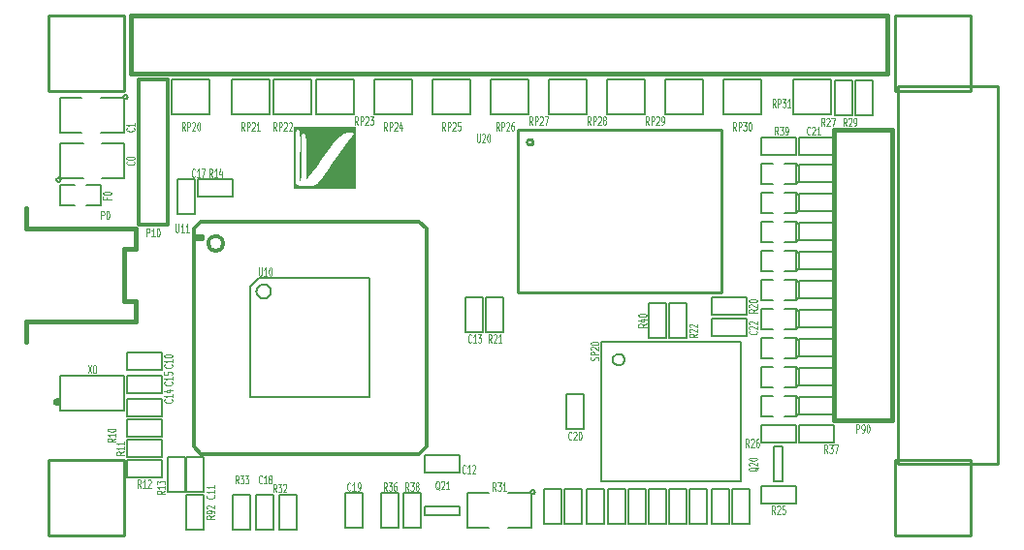
<source format=gto>
G04 (created by PCBNEW-RS274X (2012-01-19 BZR 3256)-stable) date 22/03/2013 00:28:45*
G01*
G70*
G90*
%MOIN*%
G04 Gerber Fmt 3.4, Leading zero omitted, Abs format*
%FSLAX34Y34*%
G04 APERTURE LIST*
%ADD10C,0.006000*%
%ADD11C,0.010000*%
%ADD12C,0.005000*%
%ADD13C,0.012000*%
%ADD14C,0.015000*%
%ADD15C,0.000100*%
%ADD16C,0.004500*%
G04 APERTURE END LIST*
G54D10*
G54D11*
X106650Y-43450D02*
X103200Y-43450D01*
X106650Y-56450D02*
X106650Y-43450D01*
X103200Y-56450D02*
X106650Y-56450D01*
X103200Y-43450D02*
X103200Y-56450D01*
X74000Y-58900D02*
X74000Y-56300D01*
X76600Y-58900D02*
X74000Y-58900D01*
X76600Y-56300D02*
X76600Y-58900D01*
X74000Y-56300D02*
X76600Y-56300D01*
X105700Y-58900D02*
X105700Y-56300D01*
X103100Y-58900D02*
X105700Y-58900D01*
X103100Y-56300D02*
X103100Y-58900D01*
X105700Y-56300D02*
X103100Y-56300D01*
X103100Y-43600D02*
X103100Y-41000D01*
X105700Y-43600D02*
X103100Y-43600D01*
X105700Y-41000D02*
X105700Y-43600D01*
X103100Y-41000D02*
X105700Y-41000D01*
X74000Y-41000D02*
X76600Y-41000D01*
X74000Y-43600D02*
X74000Y-41000D01*
X76600Y-43600D02*
X74000Y-43600D01*
X76600Y-41000D02*
X76600Y-43600D01*
G54D12*
X85050Y-50050D02*
X85050Y-54150D01*
X85050Y-54150D02*
X80950Y-54150D01*
X80950Y-54150D02*
X80950Y-50350D01*
X80950Y-50350D02*
X81250Y-50050D01*
X81250Y-50050D02*
X85050Y-50050D01*
X81650Y-50500D02*
X81645Y-50548D01*
X81631Y-50595D01*
X81608Y-50638D01*
X81577Y-50676D01*
X81539Y-50707D01*
X81496Y-50730D01*
X81450Y-50744D01*
X81401Y-50749D01*
X81354Y-50745D01*
X81307Y-50731D01*
X81264Y-50709D01*
X81226Y-50678D01*
X81194Y-50641D01*
X81171Y-50598D01*
X81156Y-50551D01*
X81151Y-50503D01*
X81155Y-50455D01*
X81168Y-50408D01*
X81190Y-50365D01*
X81221Y-50327D01*
X81258Y-50295D01*
X81300Y-50271D01*
X81347Y-50256D01*
X81395Y-50251D01*
X81443Y-50254D01*
X81490Y-50267D01*
X81533Y-50289D01*
X81572Y-50319D01*
X81604Y-50356D01*
X81628Y-50399D01*
X81643Y-50445D01*
X81649Y-50494D01*
X81650Y-50500D01*
G54D11*
X90150Y-50550D02*
X90150Y-44950D01*
X97150Y-44950D02*
X97150Y-50550D01*
X90150Y-44950D02*
X97150Y-44950D01*
X97150Y-50550D02*
X90150Y-50550D01*
X90650Y-45350D02*
X90648Y-45369D01*
X90642Y-45388D01*
X90633Y-45405D01*
X90620Y-45420D01*
X90605Y-45432D01*
X90588Y-45442D01*
X90570Y-45447D01*
X90550Y-45449D01*
X90532Y-45448D01*
X90513Y-45442D01*
X90496Y-45433D01*
X90481Y-45421D01*
X90468Y-45406D01*
X90459Y-45389D01*
X90453Y-45370D01*
X90451Y-45351D01*
X90452Y-45332D01*
X90458Y-45314D01*
X90466Y-45296D01*
X90479Y-45281D01*
X90493Y-45268D01*
X90510Y-45259D01*
X90529Y-45253D01*
X90548Y-45251D01*
X90567Y-45252D01*
X90586Y-45257D01*
X90603Y-45266D01*
X90618Y-45278D01*
X90631Y-45293D01*
X90641Y-45310D01*
X90647Y-45328D01*
X90649Y-45348D01*
X90650Y-45350D01*
G54D13*
X80000Y-48850D02*
X79995Y-48898D01*
X79981Y-48945D01*
X79958Y-48988D01*
X79927Y-49026D01*
X79889Y-49057D01*
X79846Y-49080D01*
X79800Y-49094D01*
X79751Y-49099D01*
X79704Y-49095D01*
X79657Y-49081D01*
X79614Y-49059D01*
X79576Y-49028D01*
X79544Y-48991D01*
X79521Y-48948D01*
X79506Y-48901D01*
X79501Y-48853D01*
X79505Y-48805D01*
X79518Y-48758D01*
X79540Y-48715D01*
X79571Y-48677D01*
X79608Y-48645D01*
X79650Y-48621D01*
X79697Y-48606D01*
X79745Y-48601D01*
X79793Y-48604D01*
X79840Y-48617D01*
X79883Y-48639D01*
X79922Y-48669D01*
X79954Y-48706D01*
X79978Y-48749D01*
X79993Y-48795D01*
X79999Y-48844D01*
X80000Y-48850D01*
X79300Y-48700D02*
X79300Y-48610D01*
X79300Y-48610D02*
X79000Y-48610D01*
X79000Y-48700D02*
X79300Y-48700D01*
X79000Y-55850D02*
X79250Y-56100D01*
X79250Y-56100D02*
X86750Y-56100D01*
X86750Y-56100D02*
X87000Y-55850D01*
X87000Y-55850D02*
X87000Y-48350D01*
X87000Y-48350D02*
X86750Y-48100D01*
X86750Y-48100D02*
X79250Y-48100D01*
X79250Y-48100D02*
X79000Y-48350D01*
X79000Y-48350D02*
X79000Y-55850D01*
G54D12*
X74420Y-46650D02*
X74418Y-46663D01*
X74414Y-46676D01*
X74408Y-46688D01*
X74399Y-46699D01*
X74389Y-46708D01*
X74377Y-46714D01*
X74364Y-46718D01*
X74350Y-46719D01*
X74337Y-46718D01*
X74324Y-46714D01*
X74312Y-46708D01*
X74302Y-46700D01*
X74293Y-46689D01*
X74286Y-46677D01*
X74282Y-46664D01*
X74281Y-46650D01*
X74282Y-46638D01*
X74285Y-46625D01*
X74292Y-46613D01*
X74300Y-46602D01*
X74311Y-46593D01*
X74322Y-46586D01*
X74335Y-46582D01*
X74349Y-46581D01*
X74362Y-46582D01*
X74375Y-46585D01*
X74387Y-46591D01*
X74398Y-46600D01*
X74407Y-46610D01*
X74413Y-46622D01*
X74418Y-46635D01*
X74419Y-46649D01*
X74420Y-46650D01*
X75850Y-46600D02*
X76600Y-46600D01*
X76600Y-46600D02*
X76600Y-45400D01*
X76600Y-45400D02*
X75850Y-45400D01*
X75200Y-45400D02*
X74400Y-45400D01*
X74400Y-45400D02*
X74400Y-46600D01*
X74400Y-46600D02*
X75200Y-46600D01*
X76720Y-43800D02*
X76718Y-43813D01*
X76714Y-43826D01*
X76708Y-43838D01*
X76699Y-43849D01*
X76689Y-43858D01*
X76677Y-43864D01*
X76664Y-43868D01*
X76650Y-43869D01*
X76637Y-43868D01*
X76624Y-43864D01*
X76612Y-43858D01*
X76602Y-43850D01*
X76593Y-43839D01*
X76586Y-43827D01*
X76582Y-43814D01*
X76581Y-43800D01*
X76582Y-43788D01*
X76585Y-43775D01*
X76592Y-43763D01*
X76600Y-43752D01*
X76611Y-43743D01*
X76622Y-43736D01*
X76635Y-43732D01*
X76649Y-43731D01*
X76662Y-43732D01*
X76675Y-43735D01*
X76687Y-43741D01*
X76698Y-43750D01*
X76707Y-43760D01*
X76713Y-43772D01*
X76718Y-43785D01*
X76719Y-43799D01*
X76720Y-43800D01*
X75150Y-43850D02*
X74400Y-43850D01*
X74400Y-43850D02*
X74400Y-45050D01*
X74400Y-45050D02*
X75150Y-45050D01*
X75800Y-45050D02*
X76600Y-45050D01*
X76600Y-45050D02*
X76600Y-43850D01*
X76600Y-43850D02*
X75800Y-43850D01*
X75300Y-47550D02*
X75800Y-47550D01*
X75800Y-47550D02*
X75800Y-46850D01*
X75800Y-46850D02*
X75300Y-46850D01*
X74900Y-47550D02*
X74400Y-47550D01*
X74400Y-47550D02*
X74400Y-46850D01*
X74400Y-46850D02*
X74900Y-46850D01*
X101000Y-47750D02*
X99800Y-47750D01*
X99800Y-47750D02*
X99800Y-47150D01*
X99800Y-47150D02*
X101000Y-47150D01*
X101000Y-47150D02*
X101000Y-47750D01*
X88950Y-50700D02*
X88950Y-51900D01*
X88950Y-51900D02*
X88350Y-51900D01*
X88350Y-51900D02*
X88350Y-50700D01*
X88350Y-50700D02*
X88950Y-50700D01*
X76700Y-54900D02*
X77900Y-54900D01*
X77900Y-54900D02*
X77900Y-55500D01*
X77900Y-55500D02*
X76700Y-55500D01*
X76700Y-55500D02*
X76700Y-54900D01*
X77900Y-56200D02*
X76700Y-56200D01*
X76700Y-56200D02*
X76700Y-55600D01*
X76700Y-55600D02*
X77900Y-55600D01*
X77900Y-55600D02*
X77900Y-56200D01*
X77900Y-56900D02*
X76700Y-56900D01*
X76700Y-56900D02*
X76700Y-56300D01*
X76700Y-56300D02*
X77900Y-56300D01*
X77900Y-56300D02*
X77900Y-56900D01*
X78700Y-56200D02*
X78700Y-57400D01*
X78700Y-57400D02*
X78100Y-57400D01*
X78100Y-57400D02*
X78100Y-56200D01*
X78100Y-56200D02*
X78700Y-56200D01*
X79150Y-46650D02*
X80350Y-46650D01*
X80350Y-46650D02*
X80350Y-47250D01*
X80350Y-47250D02*
X79150Y-47250D01*
X79150Y-47250D02*
X79150Y-46650D01*
X96800Y-50700D02*
X98000Y-50700D01*
X98000Y-50700D02*
X98000Y-51300D01*
X98000Y-51300D02*
X96800Y-51300D01*
X96800Y-51300D02*
X96800Y-50700D01*
X101000Y-54750D02*
X99800Y-54750D01*
X99800Y-54750D02*
X99800Y-54150D01*
X99800Y-54150D02*
X101000Y-54150D01*
X101000Y-54150D02*
X101000Y-54750D01*
X76700Y-54200D02*
X77900Y-54200D01*
X77900Y-54200D02*
X77900Y-54800D01*
X77900Y-54800D02*
X76700Y-54800D01*
X76700Y-54800D02*
X76700Y-54200D01*
X101000Y-46750D02*
X99800Y-46750D01*
X99800Y-46750D02*
X99800Y-46150D01*
X99800Y-46150D02*
X101000Y-46150D01*
X101000Y-46150D02*
X101000Y-46750D01*
X101000Y-53750D02*
X99800Y-53750D01*
X99800Y-53750D02*
X99800Y-53150D01*
X99800Y-53150D02*
X101000Y-53150D01*
X101000Y-53150D02*
X101000Y-53750D01*
X101000Y-48750D02*
X99800Y-48750D01*
X99800Y-48750D02*
X99800Y-48150D01*
X99800Y-48150D02*
X101000Y-48150D01*
X101000Y-48150D02*
X101000Y-48750D01*
X101000Y-49750D02*
X99800Y-49750D01*
X99800Y-49750D02*
X99800Y-49150D01*
X99800Y-49150D02*
X101000Y-49150D01*
X101000Y-49150D02*
X101000Y-49750D01*
X101000Y-51750D02*
X99800Y-51750D01*
X99800Y-51750D02*
X99800Y-51150D01*
X99800Y-51150D02*
X101000Y-51150D01*
X101000Y-51150D02*
X101000Y-51750D01*
X101000Y-52750D02*
X99800Y-52750D01*
X99800Y-52750D02*
X99800Y-52150D01*
X99800Y-52150D02*
X101000Y-52150D01*
X101000Y-52150D02*
X101000Y-52750D01*
X101000Y-50750D02*
X99800Y-50750D01*
X99800Y-50750D02*
X99800Y-50150D01*
X99800Y-50150D02*
X101000Y-50150D01*
X101000Y-50150D02*
X101000Y-50750D01*
X86950Y-56150D02*
X88150Y-56150D01*
X88150Y-56150D02*
X88150Y-56750D01*
X88150Y-56750D02*
X86950Y-56750D01*
X86950Y-56750D02*
X86950Y-56150D01*
X78750Y-57400D02*
X78750Y-56200D01*
X78750Y-56200D02*
X79350Y-56200D01*
X79350Y-56200D02*
X79350Y-57400D01*
X79350Y-57400D02*
X78750Y-57400D01*
X77900Y-53200D02*
X76700Y-53200D01*
X76700Y-53200D02*
X76700Y-52600D01*
X76700Y-52600D02*
X77900Y-52600D01*
X77900Y-52600D02*
X77900Y-53200D01*
X77900Y-54000D02*
X76700Y-54000D01*
X76700Y-54000D02*
X76700Y-53400D01*
X76700Y-53400D02*
X77900Y-53400D01*
X77900Y-53400D02*
X77900Y-54000D01*
X99700Y-46800D02*
X99800Y-46700D01*
X99800Y-46700D02*
X99800Y-46200D01*
X99800Y-46200D02*
X99700Y-46100D01*
X99300Y-46800D02*
X99700Y-46800D01*
X99700Y-46800D02*
X99700Y-46100D01*
X99700Y-46100D02*
X99300Y-46100D01*
X98900Y-46800D02*
X98500Y-46800D01*
X98500Y-46800D02*
X98500Y-46100D01*
X98500Y-46100D02*
X98900Y-46100D01*
X99700Y-47800D02*
X99800Y-47700D01*
X99800Y-47700D02*
X99800Y-47200D01*
X99800Y-47200D02*
X99700Y-47100D01*
X99300Y-47800D02*
X99700Y-47800D01*
X99700Y-47800D02*
X99700Y-47100D01*
X99700Y-47100D02*
X99300Y-47100D01*
X98900Y-47800D02*
X98500Y-47800D01*
X98500Y-47800D02*
X98500Y-47100D01*
X98500Y-47100D02*
X98900Y-47100D01*
X99700Y-48800D02*
X99800Y-48700D01*
X99800Y-48700D02*
X99800Y-48200D01*
X99800Y-48200D02*
X99700Y-48100D01*
X99300Y-48800D02*
X99700Y-48800D01*
X99700Y-48800D02*
X99700Y-48100D01*
X99700Y-48100D02*
X99300Y-48100D01*
X98900Y-48800D02*
X98500Y-48800D01*
X98500Y-48800D02*
X98500Y-48100D01*
X98500Y-48100D02*
X98900Y-48100D01*
X99700Y-49800D02*
X99800Y-49700D01*
X99800Y-49700D02*
X99800Y-49200D01*
X99800Y-49200D02*
X99700Y-49100D01*
X99300Y-49800D02*
X99700Y-49800D01*
X99700Y-49800D02*
X99700Y-49100D01*
X99700Y-49100D02*
X99300Y-49100D01*
X98900Y-49800D02*
X98500Y-49800D01*
X98500Y-49800D02*
X98500Y-49100D01*
X98500Y-49100D02*
X98900Y-49100D01*
X99700Y-51800D02*
X99800Y-51700D01*
X99800Y-51700D02*
X99800Y-51200D01*
X99800Y-51200D02*
X99700Y-51100D01*
X99300Y-51800D02*
X99700Y-51800D01*
X99700Y-51800D02*
X99700Y-51100D01*
X99700Y-51100D02*
X99300Y-51100D01*
X98900Y-51800D02*
X98500Y-51800D01*
X98500Y-51800D02*
X98500Y-51100D01*
X98500Y-51100D02*
X98900Y-51100D01*
X99700Y-50800D02*
X99800Y-50700D01*
X99800Y-50700D02*
X99800Y-50200D01*
X99800Y-50200D02*
X99700Y-50100D01*
X99300Y-50800D02*
X99700Y-50800D01*
X99700Y-50800D02*
X99700Y-50100D01*
X99700Y-50100D02*
X99300Y-50100D01*
X98900Y-50800D02*
X98500Y-50800D01*
X98500Y-50800D02*
X98500Y-50100D01*
X98500Y-50100D02*
X98900Y-50100D01*
X99700Y-52800D02*
X99800Y-52700D01*
X99800Y-52700D02*
X99800Y-52200D01*
X99800Y-52200D02*
X99700Y-52100D01*
X99300Y-52800D02*
X99700Y-52800D01*
X99700Y-52800D02*
X99700Y-52100D01*
X99700Y-52100D02*
X99300Y-52100D01*
X98900Y-52800D02*
X98500Y-52800D01*
X98500Y-52800D02*
X98500Y-52100D01*
X98500Y-52100D02*
X98900Y-52100D01*
X99700Y-53800D02*
X99800Y-53700D01*
X99800Y-53700D02*
X99800Y-53200D01*
X99800Y-53200D02*
X99700Y-53100D01*
X99300Y-53800D02*
X99700Y-53800D01*
X99700Y-53800D02*
X99700Y-53100D01*
X99700Y-53100D02*
X99300Y-53100D01*
X98900Y-53800D02*
X98500Y-53800D01*
X98500Y-53800D02*
X98500Y-53100D01*
X98500Y-53100D02*
X98900Y-53100D01*
X99700Y-54800D02*
X99800Y-54700D01*
X99800Y-54700D02*
X99800Y-54200D01*
X99800Y-54200D02*
X99700Y-54100D01*
X99300Y-54800D02*
X99700Y-54800D01*
X99700Y-54800D02*
X99700Y-54100D01*
X99700Y-54100D02*
X99300Y-54100D01*
X98900Y-54800D02*
X98500Y-54800D01*
X98500Y-54800D02*
X98500Y-54100D01*
X98500Y-54100D02*
X98900Y-54100D01*
X78450Y-47850D02*
X78450Y-46650D01*
X78450Y-46650D02*
X79050Y-46650D01*
X79050Y-46650D02*
X79050Y-47850D01*
X79050Y-47850D02*
X78450Y-47850D01*
X101000Y-45800D02*
X99800Y-45800D01*
X99800Y-45800D02*
X99800Y-45200D01*
X99800Y-45200D02*
X101000Y-45200D01*
X101000Y-45200D02*
X101000Y-45800D01*
G54D14*
X103000Y-44950D02*
X103000Y-54950D01*
X103000Y-54950D02*
X101000Y-54950D01*
X101000Y-54950D02*
X101000Y-44950D01*
X101000Y-44950D02*
X103000Y-44950D01*
G54D12*
X89650Y-50700D02*
X89650Y-51900D01*
X89650Y-51900D02*
X89050Y-51900D01*
X89050Y-51900D02*
X89050Y-50700D01*
X89050Y-50700D02*
X89650Y-50700D01*
X95350Y-52100D02*
X95350Y-50900D01*
X95350Y-50900D02*
X95950Y-50900D01*
X95950Y-50900D02*
X95950Y-52100D01*
X95950Y-52100D02*
X95350Y-52100D01*
X98500Y-57200D02*
X99700Y-57200D01*
X99700Y-57200D02*
X99700Y-57800D01*
X99700Y-57800D02*
X98500Y-57800D01*
X98500Y-57800D02*
X98500Y-57200D01*
X99700Y-55700D02*
X98500Y-55700D01*
X98500Y-55700D02*
X98500Y-55100D01*
X98500Y-55100D02*
X99700Y-55100D01*
X99700Y-55100D02*
X99700Y-55700D01*
X101650Y-43250D02*
X101650Y-44450D01*
X101650Y-44450D02*
X101050Y-44450D01*
X101050Y-44450D02*
X101050Y-43250D01*
X101050Y-43250D02*
X101650Y-43250D01*
X99250Y-55850D02*
X99250Y-57050D01*
X99250Y-57050D02*
X98950Y-57050D01*
X98950Y-57050D02*
X98950Y-55850D01*
X98950Y-55850D02*
X99250Y-55850D01*
X93800Y-52850D02*
X93796Y-52888D01*
X93784Y-52926D01*
X93766Y-52960D01*
X93741Y-52990D01*
X93711Y-53015D01*
X93677Y-53034D01*
X93640Y-53045D01*
X93601Y-53049D01*
X93563Y-53046D01*
X93526Y-53035D01*
X93491Y-53017D01*
X93461Y-52992D01*
X93435Y-52962D01*
X93417Y-52928D01*
X93405Y-52891D01*
X93401Y-52852D01*
X93404Y-52814D01*
X93415Y-52777D01*
X93432Y-52742D01*
X93457Y-52712D01*
X93486Y-52686D01*
X93520Y-52667D01*
X93558Y-52655D01*
X93596Y-52651D01*
X93634Y-52654D01*
X93672Y-52664D01*
X93707Y-52682D01*
X93737Y-52706D01*
X93763Y-52735D01*
X93782Y-52769D01*
X93795Y-52806D01*
X93799Y-52845D01*
X93800Y-52850D01*
X93000Y-57050D02*
X93000Y-52250D01*
X93000Y-52250D02*
X97800Y-52250D01*
X97800Y-52250D02*
X97800Y-57050D01*
X97800Y-57050D02*
X93000Y-57050D01*
G54D14*
X73250Y-51550D02*
X73250Y-52250D01*
X77000Y-51550D02*
X73250Y-51550D01*
X73250Y-47650D02*
X73250Y-48350D01*
X73250Y-48350D02*
X77000Y-48350D01*
X77000Y-49050D02*
X76600Y-49050D01*
X77000Y-48350D02*
X77000Y-49050D01*
X76600Y-49050D02*
X76600Y-50850D01*
X76600Y-50850D02*
X77000Y-50850D01*
X77000Y-50850D02*
X77000Y-51550D01*
X102850Y-43000D02*
X76850Y-43000D01*
X76850Y-41000D02*
X102850Y-41000D01*
X102850Y-41000D02*
X102850Y-43000D01*
X76850Y-43000D02*
X76850Y-41000D01*
G54D12*
X101750Y-44450D02*
X101750Y-43250D01*
X101750Y-43250D02*
X102350Y-43250D01*
X102350Y-43250D02*
X102350Y-44450D01*
X102350Y-44450D02*
X101750Y-44450D01*
X96500Y-44400D02*
X95200Y-44400D01*
X95200Y-44400D02*
X95200Y-43200D01*
X96500Y-43200D02*
X95200Y-43200D01*
X96500Y-44400D02*
X96500Y-43200D01*
X94500Y-44400D02*
X93200Y-44400D01*
X93200Y-44400D02*
X93200Y-43200D01*
X94500Y-43200D02*
X93200Y-43200D01*
X94500Y-44400D02*
X94500Y-43200D01*
X92500Y-44400D02*
X91200Y-44400D01*
X91200Y-44400D02*
X91200Y-43200D01*
X92500Y-43200D02*
X91200Y-43200D01*
X92500Y-44400D02*
X92500Y-43200D01*
X90500Y-44400D02*
X89200Y-44400D01*
X89200Y-44400D02*
X89200Y-43200D01*
X90500Y-43200D02*
X89200Y-43200D01*
X90500Y-44400D02*
X90500Y-43200D01*
X88500Y-44400D02*
X87200Y-44400D01*
X87200Y-44400D02*
X87200Y-43200D01*
X88500Y-43200D02*
X87200Y-43200D01*
X88500Y-44400D02*
X88500Y-43200D01*
X86500Y-44400D02*
X85200Y-44400D01*
X85200Y-44400D02*
X85200Y-43200D01*
X86500Y-43200D02*
X85200Y-43200D01*
X86500Y-44400D02*
X86500Y-43200D01*
X84500Y-44400D02*
X83200Y-44400D01*
X83200Y-44400D02*
X83200Y-43200D01*
X84500Y-43200D02*
X83200Y-43200D01*
X84500Y-44400D02*
X84500Y-43200D01*
X83050Y-44400D02*
X81750Y-44400D01*
X81750Y-44400D02*
X81750Y-43200D01*
X83050Y-43200D02*
X81750Y-43200D01*
X83050Y-44400D02*
X83050Y-43200D01*
X81600Y-44400D02*
X80300Y-44400D01*
X80300Y-44400D02*
X80300Y-43200D01*
X81600Y-43200D02*
X80300Y-43200D01*
X81600Y-44400D02*
X81600Y-43200D01*
X79550Y-44400D02*
X78250Y-44400D01*
X78250Y-44400D02*
X78250Y-43200D01*
X79550Y-43200D02*
X78250Y-43200D01*
X79550Y-44400D02*
X79550Y-43200D01*
X98500Y-44400D02*
X97200Y-44400D01*
X97200Y-44400D02*
X97200Y-43200D01*
X98500Y-43200D02*
X97200Y-43200D01*
X98500Y-44400D02*
X98500Y-43200D01*
X100900Y-44400D02*
X99600Y-44400D01*
X99600Y-44400D02*
X99600Y-43200D01*
X100900Y-43200D02*
X99600Y-43200D01*
X100900Y-44400D02*
X100900Y-43200D01*
X90720Y-57400D02*
X90718Y-57413D01*
X90714Y-57426D01*
X90708Y-57438D01*
X90699Y-57449D01*
X90689Y-57458D01*
X90677Y-57464D01*
X90664Y-57468D01*
X90650Y-57469D01*
X90637Y-57468D01*
X90624Y-57464D01*
X90612Y-57458D01*
X90602Y-57450D01*
X90593Y-57439D01*
X90586Y-57427D01*
X90582Y-57414D01*
X90581Y-57400D01*
X90582Y-57388D01*
X90585Y-57375D01*
X90592Y-57363D01*
X90600Y-57352D01*
X90611Y-57343D01*
X90622Y-57336D01*
X90635Y-57332D01*
X90649Y-57331D01*
X90662Y-57332D01*
X90675Y-57335D01*
X90687Y-57341D01*
X90698Y-57350D01*
X90707Y-57360D01*
X90713Y-57372D01*
X90718Y-57385D01*
X90719Y-57399D01*
X90720Y-57400D01*
X89150Y-57450D02*
X88400Y-57450D01*
X88400Y-57450D02*
X88400Y-58650D01*
X88400Y-58650D02*
X89150Y-58650D01*
X89800Y-58650D02*
X90600Y-58650D01*
X90600Y-58650D02*
X90600Y-57450D01*
X90600Y-57450D02*
X89800Y-57450D01*
X74400Y-54300D02*
X74398Y-54319D01*
X74392Y-54338D01*
X74383Y-54355D01*
X74370Y-54370D01*
X74355Y-54382D01*
X74338Y-54392D01*
X74320Y-54397D01*
X74300Y-54399D01*
X74282Y-54398D01*
X74263Y-54392D01*
X74246Y-54383D01*
X74231Y-54371D01*
X74218Y-54356D01*
X74209Y-54339D01*
X74203Y-54320D01*
X74201Y-54301D01*
X74202Y-54282D01*
X74208Y-54264D01*
X74216Y-54246D01*
X74229Y-54231D01*
X74243Y-54218D01*
X74260Y-54209D01*
X74279Y-54203D01*
X74298Y-54201D01*
X74317Y-54202D01*
X74336Y-54207D01*
X74353Y-54216D01*
X74368Y-54228D01*
X74381Y-54243D01*
X74391Y-54260D01*
X74397Y-54278D01*
X74399Y-54298D01*
X74400Y-54300D01*
X74350Y-54300D02*
X74349Y-54309D01*
X74346Y-54319D01*
X74341Y-54327D01*
X74335Y-54335D01*
X74327Y-54341D01*
X74319Y-54346D01*
X74310Y-54348D01*
X74300Y-54349D01*
X74291Y-54349D01*
X74282Y-54346D01*
X74273Y-54341D01*
X74266Y-54335D01*
X74259Y-54328D01*
X74255Y-54319D01*
X74252Y-54310D01*
X74251Y-54300D01*
X74251Y-54291D01*
X74254Y-54282D01*
X74258Y-54273D01*
X74265Y-54266D01*
X74272Y-54259D01*
X74280Y-54255D01*
X74290Y-54252D01*
X74299Y-54251D01*
X74308Y-54251D01*
X74318Y-54254D01*
X74326Y-54258D01*
X74334Y-54264D01*
X74340Y-54272D01*
X74345Y-54280D01*
X74348Y-54289D01*
X74349Y-54299D01*
X74350Y-54300D01*
X74400Y-53400D02*
X74400Y-54600D01*
X74400Y-54600D02*
X76600Y-54600D01*
X76600Y-53400D02*
X76600Y-54600D01*
X74400Y-53400D02*
X76600Y-53400D01*
X81150Y-58700D02*
X81150Y-57500D01*
X81150Y-57500D02*
X81750Y-57500D01*
X81750Y-57500D02*
X81750Y-58700D01*
X81750Y-58700D02*
X81150Y-58700D01*
X84800Y-57450D02*
X84800Y-58650D01*
X84800Y-58650D02*
X84200Y-58650D01*
X84200Y-58650D02*
X84200Y-57450D01*
X84200Y-57450D02*
X84800Y-57450D01*
X80950Y-57500D02*
X80950Y-58700D01*
X80950Y-58700D02*
X80350Y-58700D01*
X80350Y-58700D02*
X80350Y-57500D01*
X80350Y-57500D02*
X80950Y-57500D01*
X79350Y-57500D02*
X79350Y-58700D01*
X79350Y-58700D02*
X78750Y-58700D01*
X78750Y-58700D02*
X78750Y-57500D01*
X78750Y-57500D02*
X79350Y-57500D01*
X88150Y-58200D02*
X86950Y-58200D01*
X86950Y-58200D02*
X86950Y-57900D01*
X86950Y-57900D02*
X88150Y-57900D01*
X88150Y-57900D02*
X88150Y-58200D01*
X85450Y-58650D02*
X85450Y-57450D01*
X85450Y-57450D02*
X86050Y-57450D01*
X86050Y-57450D02*
X86050Y-58650D01*
X86050Y-58650D02*
X85450Y-58650D01*
G54D13*
X77100Y-48200D02*
X78100Y-48200D01*
X78100Y-43200D02*
X77100Y-43200D01*
X77100Y-48200D02*
X77100Y-43200D01*
X78100Y-43200D02*
X78100Y-48200D01*
G54D12*
X98000Y-52050D02*
X96800Y-52050D01*
X96800Y-52050D02*
X96800Y-51450D01*
X96800Y-51450D02*
X98000Y-51450D01*
X98000Y-51450D02*
X98000Y-52050D01*
X96800Y-58500D02*
X96800Y-57300D01*
X96800Y-57300D02*
X97400Y-57300D01*
X97400Y-57300D02*
X97400Y-58500D01*
X97400Y-58500D02*
X96800Y-58500D01*
X96650Y-57300D02*
X96650Y-58500D01*
X96650Y-58500D02*
X96050Y-58500D01*
X96050Y-58500D02*
X96050Y-57300D01*
X96050Y-57300D02*
X96650Y-57300D01*
X95950Y-57300D02*
X95950Y-58500D01*
X95950Y-58500D02*
X95350Y-58500D01*
X95350Y-58500D02*
X95350Y-57300D01*
X95350Y-57300D02*
X95950Y-57300D01*
X95250Y-57300D02*
X95250Y-58500D01*
X95250Y-58500D02*
X94650Y-58500D01*
X94650Y-58500D02*
X94650Y-57300D01*
X94650Y-57300D02*
X95250Y-57300D01*
X94550Y-57300D02*
X94550Y-58500D01*
X94550Y-58500D02*
X93950Y-58500D01*
X93950Y-58500D02*
X93950Y-57300D01*
X93950Y-57300D02*
X94550Y-57300D01*
X93250Y-58500D02*
X93250Y-57300D01*
X93250Y-57300D02*
X93850Y-57300D01*
X93850Y-57300D02*
X93850Y-58500D01*
X93850Y-58500D02*
X93250Y-58500D01*
X93100Y-57300D02*
X93100Y-58500D01*
X93100Y-58500D02*
X92500Y-58500D01*
X92500Y-58500D02*
X92500Y-57300D01*
X92500Y-57300D02*
X93100Y-57300D01*
X92350Y-57300D02*
X92350Y-58500D01*
X92350Y-58500D02*
X91750Y-58500D01*
X91750Y-58500D02*
X91750Y-57300D01*
X91750Y-57300D02*
X92350Y-57300D01*
X91650Y-57300D02*
X91650Y-58500D01*
X91650Y-58500D02*
X91050Y-58500D01*
X91050Y-58500D02*
X91050Y-57300D01*
X91050Y-57300D02*
X91650Y-57300D01*
X97500Y-58500D02*
X97500Y-57300D01*
X97500Y-57300D02*
X98100Y-57300D01*
X98100Y-57300D02*
X98100Y-58500D01*
X98100Y-58500D02*
X97500Y-58500D01*
X81950Y-58700D02*
X81950Y-57500D01*
X81950Y-57500D02*
X82550Y-57500D01*
X82550Y-57500D02*
X82550Y-58700D01*
X82550Y-58700D02*
X81950Y-58700D01*
X92400Y-54050D02*
X92400Y-55250D01*
X92400Y-55250D02*
X91800Y-55250D01*
X91800Y-55250D02*
X91800Y-54050D01*
X91800Y-54050D02*
X92400Y-54050D01*
X101000Y-55700D02*
X99800Y-55700D01*
X99800Y-55700D02*
X99800Y-55100D01*
X99800Y-55100D02*
X101000Y-55100D01*
X101000Y-55100D02*
X101000Y-55700D01*
X86200Y-58650D02*
X86200Y-57450D01*
X86200Y-57450D02*
X86800Y-57450D01*
X86800Y-57450D02*
X86800Y-58650D01*
X86800Y-58650D02*
X86200Y-58650D01*
X99700Y-45800D02*
X98500Y-45800D01*
X98500Y-45800D02*
X98500Y-45200D01*
X98500Y-45200D02*
X99700Y-45200D01*
X99700Y-45200D02*
X99700Y-45800D01*
X94650Y-52100D02*
X94650Y-50900D01*
X94650Y-50900D02*
X95250Y-50900D01*
X95250Y-50900D02*
X95250Y-52100D01*
X95250Y-52100D02*
X94650Y-52100D01*
G54D15*
G36*
X84566Y-46966D02*
X84566Y-44834D01*
X82434Y-44834D01*
X82434Y-46966D01*
X82865Y-46966D01*
X82865Y-46866D01*
X82861Y-46866D01*
X82660Y-46862D01*
X82558Y-46846D01*
X82521Y-46813D01*
X82519Y-46803D01*
X82511Y-46688D01*
X82506Y-46473D01*
X82502Y-46184D01*
X82500Y-45848D01*
X82501Y-45686D01*
X82502Y-45363D01*
X82507Y-45146D01*
X82516Y-45015D01*
X82529Y-44951D01*
X82549Y-44934D01*
X82585Y-44940D01*
X82625Y-44980D01*
X82650Y-45076D01*
X82661Y-45247D01*
X82661Y-45511D01*
X82652Y-45890D01*
X82643Y-46243D01*
X82642Y-46504D01*
X82649Y-46652D01*
X82664Y-46700D01*
X82678Y-46664D01*
X82691Y-46519D01*
X82698Y-46255D01*
X82700Y-45867D01*
X82700Y-45812D01*
X82702Y-45477D01*
X82706Y-45253D01*
X82715Y-45117D01*
X82729Y-45051D01*
X82749Y-45034D01*
X82768Y-45035D01*
X82812Y-45065D01*
X82841Y-45148D01*
X82857Y-45305D01*
X82862Y-45554D01*
X82860Y-45916D01*
X82858Y-46186D01*
X82858Y-46435D01*
X82861Y-46603D01*
X82867Y-46664D01*
X82872Y-46659D01*
X82935Y-46580D01*
X83056Y-46417D01*
X83222Y-46191D01*
X83417Y-45922D01*
X83498Y-45812D01*
X83697Y-45539D01*
X83842Y-45350D01*
X83947Y-45228D01*
X84027Y-45154D01*
X84098Y-45109D01*
X84169Y-45080D01*
X84317Y-45042D01*
X84445Y-45031D01*
X84500Y-45054D01*
X84493Y-45065D01*
X84430Y-45160D01*
X84311Y-45331D01*
X84152Y-45557D01*
X83969Y-45814D01*
X83777Y-46080D01*
X83595Y-46333D01*
X83437Y-46551D01*
X83318Y-46711D01*
X83256Y-46791D01*
X83235Y-46813D01*
X83173Y-46848D01*
X83064Y-46863D01*
X82865Y-46866D01*
X82865Y-46966D01*
X84566Y-46966D01*
X84566Y-46966D01*
G37*
G54D16*
X81228Y-49683D02*
X81228Y-49910D01*
X81236Y-49937D01*
X81245Y-49950D01*
X81262Y-49963D01*
X81296Y-49963D01*
X81314Y-49950D01*
X81322Y-49937D01*
X81331Y-49910D01*
X81331Y-49683D01*
X81511Y-49963D02*
X81408Y-49963D01*
X81460Y-49963D02*
X81460Y-49683D01*
X81443Y-49723D01*
X81425Y-49750D01*
X81408Y-49763D01*
X81622Y-49683D02*
X81639Y-49683D01*
X81656Y-49697D01*
X81665Y-49710D01*
X81674Y-49737D01*
X81682Y-49790D01*
X81682Y-49857D01*
X81674Y-49910D01*
X81665Y-49937D01*
X81656Y-49950D01*
X81639Y-49963D01*
X81622Y-49963D01*
X81605Y-49950D01*
X81596Y-49937D01*
X81588Y-49910D01*
X81579Y-49857D01*
X81579Y-49790D01*
X81588Y-49737D01*
X81596Y-49710D01*
X81605Y-49697D01*
X81622Y-49683D01*
X88728Y-45083D02*
X88728Y-45310D01*
X88736Y-45337D01*
X88745Y-45350D01*
X88762Y-45363D01*
X88796Y-45363D01*
X88814Y-45350D01*
X88822Y-45337D01*
X88831Y-45310D01*
X88831Y-45083D01*
X88908Y-45110D02*
X88917Y-45097D01*
X88934Y-45083D01*
X88977Y-45083D01*
X88994Y-45097D01*
X89003Y-45110D01*
X89011Y-45137D01*
X89011Y-45163D01*
X89003Y-45203D01*
X88900Y-45363D01*
X89011Y-45363D01*
X89122Y-45083D02*
X89139Y-45083D01*
X89156Y-45097D01*
X89165Y-45110D01*
X89174Y-45137D01*
X89182Y-45190D01*
X89182Y-45257D01*
X89174Y-45310D01*
X89165Y-45337D01*
X89156Y-45350D01*
X89139Y-45363D01*
X89122Y-45363D01*
X89105Y-45350D01*
X89096Y-45337D01*
X89088Y-45310D01*
X89079Y-45257D01*
X89079Y-45190D01*
X89088Y-45137D01*
X89096Y-45110D01*
X89105Y-45097D01*
X89122Y-45083D01*
X78378Y-48183D02*
X78378Y-48410D01*
X78386Y-48437D01*
X78395Y-48450D01*
X78412Y-48463D01*
X78446Y-48463D01*
X78464Y-48450D01*
X78472Y-48437D01*
X78481Y-48410D01*
X78481Y-48183D01*
X78661Y-48463D02*
X78558Y-48463D01*
X78610Y-48463D02*
X78610Y-48183D01*
X78593Y-48223D01*
X78575Y-48250D01*
X78558Y-48263D01*
X78832Y-48463D02*
X78729Y-48463D01*
X78781Y-48463D02*
X78781Y-48183D01*
X78764Y-48223D01*
X78746Y-48250D01*
X78729Y-48263D01*
X76937Y-46029D02*
X76950Y-46038D01*
X76963Y-46064D01*
X76963Y-46081D01*
X76950Y-46106D01*
X76923Y-46124D01*
X76897Y-46132D01*
X76843Y-46141D01*
X76803Y-46141D01*
X76750Y-46132D01*
X76723Y-46124D01*
X76697Y-46106D01*
X76683Y-46081D01*
X76683Y-46064D01*
X76697Y-46038D01*
X76710Y-46029D01*
X76683Y-45918D02*
X76683Y-45901D01*
X76697Y-45884D01*
X76710Y-45875D01*
X76737Y-45866D01*
X76790Y-45858D01*
X76857Y-45858D01*
X76910Y-45866D01*
X76937Y-45875D01*
X76950Y-45884D01*
X76963Y-45901D01*
X76963Y-45918D01*
X76950Y-45935D01*
X76937Y-45944D01*
X76910Y-45952D01*
X76857Y-45961D01*
X76790Y-45961D01*
X76737Y-45952D01*
X76710Y-45944D01*
X76697Y-45935D01*
X76683Y-45918D01*
X76937Y-44879D02*
X76950Y-44888D01*
X76963Y-44914D01*
X76963Y-44931D01*
X76950Y-44956D01*
X76923Y-44974D01*
X76897Y-44982D01*
X76843Y-44991D01*
X76803Y-44991D01*
X76750Y-44982D01*
X76723Y-44974D01*
X76697Y-44956D01*
X76683Y-44931D01*
X76683Y-44914D01*
X76697Y-44888D01*
X76710Y-44879D01*
X76963Y-44708D02*
X76963Y-44811D01*
X76963Y-44759D02*
X76683Y-44759D01*
X76723Y-44776D01*
X76750Y-44794D01*
X76763Y-44811D01*
X76017Y-47259D02*
X76017Y-47319D01*
X76163Y-47319D02*
X75883Y-47319D01*
X75883Y-47233D01*
X75883Y-47131D02*
X75883Y-47114D01*
X75897Y-47097D01*
X75910Y-47088D01*
X75937Y-47079D01*
X75990Y-47071D01*
X76057Y-47071D01*
X76110Y-47079D01*
X76137Y-47088D01*
X76150Y-47097D01*
X76163Y-47114D01*
X76163Y-47131D01*
X76150Y-47148D01*
X76137Y-47157D01*
X76110Y-47165D01*
X76057Y-47174D01*
X75990Y-47174D01*
X75937Y-47165D01*
X75910Y-47157D01*
X75897Y-47148D01*
X75883Y-47131D01*
X88535Y-52237D02*
X88526Y-52250D01*
X88500Y-52263D01*
X88483Y-52263D01*
X88458Y-52250D01*
X88440Y-52223D01*
X88432Y-52197D01*
X88423Y-52143D01*
X88423Y-52103D01*
X88432Y-52050D01*
X88440Y-52023D01*
X88458Y-51997D01*
X88483Y-51983D01*
X88500Y-51983D01*
X88526Y-51997D01*
X88535Y-52010D01*
X88706Y-52263D02*
X88603Y-52263D01*
X88655Y-52263D02*
X88655Y-51983D01*
X88638Y-52023D01*
X88620Y-52050D01*
X88603Y-52063D01*
X88766Y-51983D02*
X88877Y-51983D01*
X88817Y-52090D01*
X88843Y-52090D01*
X88860Y-52103D01*
X88869Y-52117D01*
X88877Y-52143D01*
X88877Y-52210D01*
X88869Y-52237D01*
X88860Y-52250D01*
X88843Y-52263D01*
X88791Y-52263D01*
X88774Y-52250D01*
X88766Y-52237D01*
X76313Y-55565D02*
X76180Y-55625D01*
X76313Y-55668D02*
X76033Y-55668D01*
X76033Y-55600D01*
X76047Y-55582D01*
X76060Y-55574D01*
X76087Y-55565D01*
X76127Y-55565D01*
X76153Y-55574D01*
X76167Y-55582D01*
X76180Y-55600D01*
X76180Y-55668D01*
X76313Y-55394D02*
X76313Y-55497D01*
X76313Y-55445D02*
X76033Y-55445D01*
X76073Y-55462D01*
X76100Y-55480D01*
X76113Y-55497D01*
X76033Y-55283D02*
X76033Y-55266D01*
X76047Y-55249D01*
X76060Y-55240D01*
X76087Y-55231D01*
X76140Y-55223D01*
X76207Y-55223D01*
X76260Y-55231D01*
X76287Y-55240D01*
X76300Y-55249D01*
X76313Y-55266D01*
X76313Y-55283D01*
X76300Y-55300D01*
X76287Y-55309D01*
X76260Y-55317D01*
X76207Y-55326D01*
X76140Y-55326D01*
X76087Y-55317D01*
X76060Y-55309D01*
X76047Y-55300D01*
X76033Y-55283D01*
X76613Y-56015D02*
X76480Y-56075D01*
X76613Y-56118D02*
X76333Y-56118D01*
X76333Y-56050D01*
X76347Y-56032D01*
X76360Y-56024D01*
X76387Y-56015D01*
X76427Y-56015D01*
X76453Y-56024D01*
X76467Y-56032D01*
X76480Y-56050D01*
X76480Y-56118D01*
X76613Y-55844D02*
X76613Y-55947D01*
X76613Y-55895D02*
X76333Y-55895D01*
X76373Y-55912D01*
X76400Y-55930D01*
X76413Y-55947D01*
X76613Y-55673D02*
X76613Y-55776D01*
X76613Y-55724D02*
X76333Y-55724D01*
X76373Y-55741D01*
X76400Y-55759D01*
X76413Y-55776D01*
X77185Y-57263D02*
X77125Y-57130D01*
X77082Y-57263D02*
X77082Y-56983D01*
X77150Y-56983D01*
X77168Y-56997D01*
X77176Y-57010D01*
X77185Y-57037D01*
X77185Y-57077D01*
X77176Y-57103D01*
X77168Y-57117D01*
X77150Y-57130D01*
X77082Y-57130D01*
X77356Y-57263D02*
X77253Y-57263D01*
X77305Y-57263D02*
X77305Y-56983D01*
X77288Y-57023D01*
X77270Y-57050D01*
X77253Y-57063D01*
X77424Y-57010D02*
X77433Y-56997D01*
X77450Y-56983D01*
X77493Y-56983D01*
X77510Y-56997D01*
X77519Y-57010D01*
X77527Y-57037D01*
X77527Y-57063D01*
X77519Y-57103D01*
X77416Y-57263D01*
X77527Y-57263D01*
X78013Y-57365D02*
X77880Y-57425D01*
X78013Y-57468D02*
X77733Y-57468D01*
X77733Y-57400D01*
X77747Y-57382D01*
X77760Y-57374D01*
X77787Y-57365D01*
X77827Y-57365D01*
X77853Y-57374D01*
X77867Y-57382D01*
X77880Y-57400D01*
X77880Y-57468D01*
X78013Y-57194D02*
X78013Y-57297D01*
X78013Y-57245D02*
X77733Y-57245D01*
X77773Y-57262D01*
X77800Y-57280D01*
X77813Y-57297D01*
X77733Y-57134D02*
X77733Y-57023D01*
X77840Y-57083D01*
X77840Y-57057D01*
X77853Y-57040D01*
X77867Y-57031D01*
X77893Y-57023D01*
X77960Y-57023D01*
X77987Y-57031D01*
X78000Y-57040D01*
X78013Y-57057D01*
X78013Y-57109D01*
X78000Y-57126D01*
X77987Y-57134D01*
X79635Y-46563D02*
X79575Y-46430D01*
X79532Y-46563D02*
X79532Y-46283D01*
X79600Y-46283D01*
X79618Y-46297D01*
X79626Y-46310D01*
X79635Y-46337D01*
X79635Y-46377D01*
X79626Y-46403D01*
X79618Y-46417D01*
X79600Y-46430D01*
X79532Y-46430D01*
X79806Y-46563D02*
X79703Y-46563D01*
X79755Y-46563D02*
X79755Y-46283D01*
X79738Y-46323D01*
X79720Y-46350D01*
X79703Y-46363D01*
X79960Y-46377D02*
X79960Y-46563D01*
X79917Y-46270D02*
X79874Y-46470D01*
X79986Y-46470D01*
X98363Y-51115D02*
X98230Y-51175D01*
X98363Y-51218D02*
X98083Y-51218D01*
X98083Y-51150D01*
X98097Y-51132D01*
X98110Y-51124D01*
X98137Y-51115D01*
X98177Y-51115D01*
X98203Y-51124D01*
X98217Y-51132D01*
X98230Y-51150D01*
X98230Y-51218D01*
X98110Y-51047D02*
X98097Y-51038D01*
X98083Y-51021D01*
X98083Y-50978D01*
X98097Y-50961D01*
X98110Y-50952D01*
X98137Y-50944D01*
X98163Y-50944D01*
X98203Y-50952D01*
X98363Y-51055D01*
X98363Y-50944D01*
X98083Y-50833D02*
X98083Y-50816D01*
X98097Y-50799D01*
X98110Y-50790D01*
X98137Y-50781D01*
X98190Y-50773D01*
X98257Y-50773D01*
X98310Y-50781D01*
X98337Y-50790D01*
X98350Y-50799D01*
X98363Y-50816D01*
X98363Y-50833D01*
X98350Y-50850D01*
X98337Y-50859D01*
X98310Y-50867D01*
X98257Y-50876D01*
X98190Y-50876D01*
X98137Y-50867D01*
X98110Y-50859D01*
X98097Y-50850D01*
X98083Y-50833D01*
X78237Y-54215D02*
X78250Y-54224D01*
X78263Y-54250D01*
X78263Y-54267D01*
X78250Y-54292D01*
X78223Y-54310D01*
X78197Y-54318D01*
X78143Y-54327D01*
X78103Y-54327D01*
X78050Y-54318D01*
X78023Y-54310D01*
X77997Y-54292D01*
X77983Y-54267D01*
X77983Y-54250D01*
X77997Y-54224D01*
X78010Y-54215D01*
X78263Y-54044D02*
X78263Y-54147D01*
X78263Y-54095D02*
X77983Y-54095D01*
X78023Y-54112D01*
X78050Y-54130D01*
X78063Y-54147D01*
X78077Y-53890D02*
X78263Y-53890D01*
X77970Y-53933D02*
X78170Y-53976D01*
X78170Y-53864D01*
X88335Y-56737D02*
X88326Y-56750D01*
X88300Y-56763D01*
X88283Y-56763D01*
X88258Y-56750D01*
X88240Y-56723D01*
X88232Y-56697D01*
X88223Y-56643D01*
X88223Y-56603D01*
X88232Y-56550D01*
X88240Y-56523D01*
X88258Y-56497D01*
X88283Y-56483D01*
X88300Y-56483D01*
X88326Y-56497D01*
X88335Y-56510D01*
X88506Y-56763D02*
X88403Y-56763D01*
X88455Y-56763D02*
X88455Y-56483D01*
X88438Y-56523D01*
X88420Y-56550D01*
X88403Y-56563D01*
X88574Y-56510D02*
X88583Y-56497D01*
X88600Y-56483D01*
X88643Y-56483D01*
X88660Y-56497D01*
X88669Y-56510D01*
X88677Y-56537D01*
X88677Y-56563D01*
X88669Y-56603D01*
X88566Y-56763D01*
X88677Y-56763D01*
X79687Y-57515D02*
X79700Y-57524D01*
X79713Y-57550D01*
X79713Y-57567D01*
X79700Y-57592D01*
X79673Y-57610D01*
X79647Y-57618D01*
X79593Y-57627D01*
X79553Y-57627D01*
X79500Y-57618D01*
X79473Y-57610D01*
X79447Y-57592D01*
X79433Y-57567D01*
X79433Y-57550D01*
X79447Y-57524D01*
X79460Y-57515D01*
X79713Y-57344D02*
X79713Y-57447D01*
X79713Y-57395D02*
X79433Y-57395D01*
X79473Y-57412D01*
X79500Y-57430D01*
X79513Y-57447D01*
X79713Y-57173D02*
X79713Y-57276D01*
X79713Y-57224D02*
X79433Y-57224D01*
X79473Y-57241D01*
X79500Y-57259D01*
X79513Y-57276D01*
X78237Y-53015D02*
X78250Y-53024D01*
X78263Y-53050D01*
X78263Y-53067D01*
X78250Y-53092D01*
X78223Y-53110D01*
X78197Y-53118D01*
X78143Y-53127D01*
X78103Y-53127D01*
X78050Y-53118D01*
X78023Y-53110D01*
X77997Y-53092D01*
X77983Y-53067D01*
X77983Y-53050D01*
X77997Y-53024D01*
X78010Y-53015D01*
X78263Y-52844D02*
X78263Y-52947D01*
X78263Y-52895D02*
X77983Y-52895D01*
X78023Y-52912D01*
X78050Y-52930D01*
X78063Y-52947D01*
X77983Y-52733D02*
X77983Y-52716D01*
X77997Y-52699D01*
X78010Y-52690D01*
X78037Y-52681D01*
X78090Y-52673D01*
X78157Y-52673D01*
X78210Y-52681D01*
X78237Y-52690D01*
X78250Y-52699D01*
X78263Y-52716D01*
X78263Y-52733D01*
X78250Y-52750D01*
X78237Y-52759D01*
X78210Y-52767D01*
X78157Y-52776D01*
X78090Y-52776D01*
X78037Y-52767D01*
X78010Y-52759D01*
X77997Y-52750D01*
X77983Y-52733D01*
X78237Y-53615D02*
X78250Y-53624D01*
X78263Y-53650D01*
X78263Y-53667D01*
X78250Y-53692D01*
X78223Y-53710D01*
X78197Y-53718D01*
X78143Y-53727D01*
X78103Y-53727D01*
X78050Y-53718D01*
X78023Y-53710D01*
X77997Y-53692D01*
X77983Y-53667D01*
X77983Y-53650D01*
X77997Y-53624D01*
X78010Y-53615D01*
X78263Y-53444D02*
X78263Y-53547D01*
X78263Y-53495D02*
X77983Y-53495D01*
X78023Y-53512D01*
X78050Y-53530D01*
X78063Y-53547D01*
X77983Y-53281D02*
X77983Y-53367D01*
X78117Y-53376D01*
X78103Y-53367D01*
X78090Y-53350D01*
X78090Y-53307D01*
X78103Y-53290D01*
X78117Y-53281D01*
X78143Y-53273D01*
X78210Y-53273D01*
X78237Y-53281D01*
X78250Y-53290D01*
X78263Y-53307D01*
X78263Y-53350D01*
X78250Y-53367D01*
X78237Y-53376D01*
X79035Y-46537D02*
X79026Y-46550D01*
X79000Y-46563D01*
X78983Y-46563D01*
X78958Y-46550D01*
X78940Y-46523D01*
X78932Y-46497D01*
X78923Y-46443D01*
X78923Y-46403D01*
X78932Y-46350D01*
X78940Y-46323D01*
X78958Y-46297D01*
X78983Y-46283D01*
X79000Y-46283D01*
X79026Y-46297D01*
X79035Y-46310D01*
X79206Y-46563D02*
X79103Y-46563D01*
X79155Y-46563D02*
X79155Y-46283D01*
X79138Y-46323D01*
X79120Y-46350D01*
X79103Y-46363D01*
X79266Y-46283D02*
X79386Y-46283D01*
X79309Y-46563D01*
X100185Y-45087D02*
X100176Y-45100D01*
X100150Y-45113D01*
X100133Y-45113D01*
X100108Y-45100D01*
X100090Y-45073D01*
X100082Y-45047D01*
X100073Y-44993D01*
X100073Y-44953D01*
X100082Y-44900D01*
X100090Y-44873D01*
X100108Y-44847D01*
X100133Y-44833D01*
X100150Y-44833D01*
X100176Y-44847D01*
X100185Y-44860D01*
X100253Y-44860D02*
X100262Y-44847D01*
X100279Y-44833D01*
X100322Y-44833D01*
X100339Y-44847D01*
X100348Y-44860D01*
X100356Y-44887D01*
X100356Y-44913D01*
X100348Y-44953D01*
X100245Y-45113D01*
X100356Y-45113D01*
X100527Y-45113D02*
X100424Y-45113D01*
X100476Y-45113D02*
X100476Y-44833D01*
X100459Y-44873D01*
X100441Y-44900D01*
X100424Y-44913D01*
X101782Y-55363D02*
X101782Y-55083D01*
X101850Y-55083D01*
X101868Y-55097D01*
X101876Y-55110D01*
X101885Y-55137D01*
X101885Y-55177D01*
X101876Y-55203D01*
X101868Y-55217D01*
X101850Y-55230D01*
X101782Y-55230D01*
X101970Y-55363D02*
X102005Y-55363D01*
X102022Y-55350D01*
X102030Y-55337D01*
X102048Y-55297D01*
X102056Y-55243D01*
X102056Y-55137D01*
X102048Y-55110D01*
X102039Y-55097D01*
X102022Y-55083D01*
X101988Y-55083D01*
X101970Y-55097D01*
X101962Y-55110D01*
X101953Y-55137D01*
X101953Y-55203D01*
X101962Y-55230D01*
X101970Y-55243D01*
X101988Y-55257D01*
X102022Y-55257D01*
X102039Y-55243D01*
X102048Y-55230D01*
X102056Y-55203D01*
X102167Y-55083D02*
X102184Y-55083D01*
X102201Y-55097D01*
X102210Y-55110D01*
X102219Y-55137D01*
X102227Y-55190D01*
X102227Y-55257D01*
X102219Y-55310D01*
X102210Y-55337D01*
X102201Y-55350D01*
X102184Y-55363D01*
X102167Y-55363D01*
X102150Y-55350D01*
X102141Y-55337D01*
X102133Y-55310D01*
X102124Y-55257D01*
X102124Y-55190D01*
X102133Y-55137D01*
X102141Y-55110D01*
X102150Y-55097D01*
X102167Y-55083D01*
X89235Y-52263D02*
X89175Y-52130D01*
X89132Y-52263D02*
X89132Y-51983D01*
X89200Y-51983D01*
X89218Y-51997D01*
X89226Y-52010D01*
X89235Y-52037D01*
X89235Y-52077D01*
X89226Y-52103D01*
X89218Y-52117D01*
X89200Y-52130D01*
X89132Y-52130D01*
X89303Y-52010D02*
X89312Y-51997D01*
X89329Y-51983D01*
X89372Y-51983D01*
X89389Y-51997D01*
X89398Y-52010D01*
X89406Y-52037D01*
X89406Y-52063D01*
X89398Y-52103D01*
X89295Y-52263D01*
X89406Y-52263D01*
X89577Y-52263D02*
X89474Y-52263D01*
X89526Y-52263D02*
X89526Y-51983D01*
X89509Y-52023D01*
X89491Y-52050D01*
X89474Y-52063D01*
X96313Y-51965D02*
X96180Y-52025D01*
X96313Y-52068D02*
X96033Y-52068D01*
X96033Y-52000D01*
X96047Y-51982D01*
X96060Y-51974D01*
X96087Y-51965D01*
X96127Y-51965D01*
X96153Y-51974D01*
X96167Y-51982D01*
X96180Y-52000D01*
X96180Y-52068D01*
X96060Y-51897D02*
X96047Y-51888D01*
X96033Y-51871D01*
X96033Y-51828D01*
X96047Y-51811D01*
X96060Y-51802D01*
X96087Y-51794D01*
X96113Y-51794D01*
X96153Y-51802D01*
X96313Y-51905D01*
X96313Y-51794D01*
X96060Y-51726D02*
X96047Y-51717D01*
X96033Y-51700D01*
X96033Y-51657D01*
X96047Y-51640D01*
X96060Y-51631D01*
X96087Y-51623D01*
X96113Y-51623D01*
X96153Y-51631D01*
X96313Y-51734D01*
X96313Y-51623D01*
X98985Y-58163D02*
X98925Y-58030D01*
X98882Y-58163D02*
X98882Y-57883D01*
X98950Y-57883D01*
X98968Y-57897D01*
X98976Y-57910D01*
X98985Y-57937D01*
X98985Y-57977D01*
X98976Y-58003D01*
X98968Y-58017D01*
X98950Y-58030D01*
X98882Y-58030D01*
X99053Y-57910D02*
X99062Y-57897D01*
X99079Y-57883D01*
X99122Y-57883D01*
X99139Y-57897D01*
X99148Y-57910D01*
X99156Y-57937D01*
X99156Y-57963D01*
X99148Y-58003D01*
X99045Y-58163D01*
X99156Y-58163D01*
X99319Y-57883D02*
X99233Y-57883D01*
X99224Y-58017D01*
X99233Y-58003D01*
X99250Y-57990D01*
X99293Y-57990D01*
X99310Y-58003D01*
X99319Y-58017D01*
X99327Y-58043D01*
X99327Y-58110D01*
X99319Y-58137D01*
X99310Y-58150D01*
X99293Y-58163D01*
X99250Y-58163D01*
X99233Y-58150D01*
X99224Y-58137D01*
X98085Y-55863D02*
X98025Y-55730D01*
X97982Y-55863D02*
X97982Y-55583D01*
X98050Y-55583D01*
X98068Y-55597D01*
X98076Y-55610D01*
X98085Y-55637D01*
X98085Y-55677D01*
X98076Y-55703D01*
X98068Y-55717D01*
X98050Y-55730D01*
X97982Y-55730D01*
X98153Y-55610D02*
X98162Y-55597D01*
X98179Y-55583D01*
X98222Y-55583D01*
X98239Y-55597D01*
X98248Y-55610D01*
X98256Y-55637D01*
X98256Y-55663D01*
X98248Y-55703D01*
X98145Y-55863D01*
X98256Y-55863D01*
X98410Y-55583D02*
X98376Y-55583D01*
X98359Y-55597D01*
X98350Y-55610D01*
X98333Y-55650D01*
X98324Y-55703D01*
X98324Y-55810D01*
X98333Y-55837D01*
X98341Y-55850D01*
X98359Y-55863D01*
X98393Y-55863D01*
X98410Y-55850D01*
X98419Y-55837D01*
X98427Y-55810D01*
X98427Y-55743D01*
X98419Y-55717D01*
X98410Y-55703D01*
X98393Y-55690D01*
X98359Y-55690D01*
X98341Y-55703D01*
X98333Y-55717D01*
X98324Y-55743D01*
X100685Y-44813D02*
X100625Y-44680D01*
X100582Y-44813D02*
X100582Y-44533D01*
X100650Y-44533D01*
X100668Y-44547D01*
X100676Y-44560D01*
X100685Y-44587D01*
X100685Y-44627D01*
X100676Y-44653D01*
X100668Y-44667D01*
X100650Y-44680D01*
X100582Y-44680D01*
X100753Y-44560D02*
X100762Y-44547D01*
X100779Y-44533D01*
X100822Y-44533D01*
X100839Y-44547D01*
X100848Y-44560D01*
X100856Y-44587D01*
X100856Y-44613D01*
X100848Y-44653D01*
X100745Y-44813D01*
X100856Y-44813D01*
X100916Y-44533D02*
X101036Y-44533D01*
X100959Y-44813D01*
X98390Y-56552D02*
X98377Y-56569D01*
X98350Y-56586D01*
X98310Y-56612D01*
X98297Y-56629D01*
X98297Y-56646D01*
X98363Y-56638D02*
X98350Y-56655D01*
X98323Y-56672D01*
X98270Y-56681D01*
X98177Y-56681D01*
X98123Y-56672D01*
X98097Y-56655D01*
X98083Y-56638D01*
X98083Y-56604D01*
X98097Y-56586D01*
X98123Y-56569D01*
X98177Y-56561D01*
X98270Y-56561D01*
X98323Y-56569D01*
X98350Y-56586D01*
X98363Y-56604D01*
X98363Y-56638D01*
X98110Y-56492D02*
X98097Y-56483D01*
X98083Y-56466D01*
X98083Y-56423D01*
X98097Y-56406D01*
X98110Y-56397D01*
X98137Y-56389D01*
X98163Y-56389D01*
X98203Y-56397D01*
X98363Y-56500D01*
X98363Y-56389D01*
X98083Y-56278D02*
X98083Y-56261D01*
X98097Y-56244D01*
X98110Y-56235D01*
X98137Y-56226D01*
X98190Y-56218D01*
X98257Y-56218D01*
X98310Y-56226D01*
X98337Y-56235D01*
X98350Y-56244D01*
X98363Y-56261D01*
X98363Y-56278D01*
X98350Y-56295D01*
X98337Y-56304D01*
X98310Y-56312D01*
X98257Y-56321D01*
X98190Y-56321D01*
X98137Y-56312D01*
X98110Y-56304D01*
X98097Y-56295D01*
X98083Y-56278D01*
X92900Y-52862D02*
X92913Y-52836D01*
X92913Y-52793D01*
X92900Y-52776D01*
X92887Y-52767D01*
X92860Y-52759D01*
X92833Y-52759D01*
X92807Y-52767D01*
X92793Y-52776D01*
X92780Y-52793D01*
X92767Y-52827D01*
X92753Y-52845D01*
X92740Y-52853D01*
X92713Y-52862D01*
X92687Y-52862D01*
X92660Y-52853D01*
X92647Y-52845D01*
X92633Y-52827D01*
X92633Y-52785D01*
X92647Y-52759D01*
X92913Y-52682D02*
X92633Y-52682D01*
X92633Y-52614D01*
X92647Y-52596D01*
X92660Y-52588D01*
X92687Y-52579D01*
X92727Y-52579D01*
X92753Y-52588D01*
X92767Y-52596D01*
X92780Y-52614D01*
X92780Y-52682D01*
X92660Y-52511D02*
X92647Y-52502D01*
X92633Y-52485D01*
X92633Y-52442D01*
X92647Y-52425D01*
X92660Y-52416D01*
X92687Y-52408D01*
X92713Y-52408D01*
X92753Y-52416D01*
X92913Y-52519D01*
X92913Y-52408D01*
X92633Y-52297D02*
X92633Y-52280D01*
X92647Y-52263D01*
X92660Y-52254D01*
X92687Y-52245D01*
X92740Y-52237D01*
X92807Y-52237D01*
X92860Y-52245D01*
X92887Y-52254D01*
X92900Y-52263D01*
X92913Y-52280D01*
X92913Y-52297D01*
X92900Y-52314D01*
X92887Y-52323D01*
X92860Y-52331D01*
X92807Y-52340D01*
X92740Y-52340D01*
X92687Y-52331D01*
X92660Y-52323D01*
X92647Y-52314D01*
X92633Y-52297D01*
X75818Y-48013D02*
X75818Y-47733D01*
X75886Y-47733D01*
X75904Y-47747D01*
X75912Y-47760D01*
X75921Y-47787D01*
X75921Y-47827D01*
X75912Y-47853D01*
X75904Y-47867D01*
X75886Y-47880D01*
X75818Y-47880D01*
X76032Y-47733D02*
X76049Y-47733D01*
X76066Y-47747D01*
X76075Y-47760D01*
X76084Y-47787D01*
X76092Y-47840D01*
X76092Y-47907D01*
X76084Y-47960D01*
X76075Y-47987D01*
X76066Y-48000D01*
X76049Y-48013D01*
X76032Y-48013D01*
X76015Y-48000D01*
X76006Y-47987D01*
X75998Y-47960D01*
X75989Y-47907D01*
X75989Y-47840D01*
X75998Y-47787D01*
X76006Y-47760D01*
X76015Y-47747D01*
X76032Y-47733D01*
X101435Y-44813D02*
X101375Y-44680D01*
X101332Y-44813D02*
X101332Y-44533D01*
X101400Y-44533D01*
X101418Y-44547D01*
X101426Y-44560D01*
X101435Y-44587D01*
X101435Y-44627D01*
X101426Y-44653D01*
X101418Y-44667D01*
X101400Y-44680D01*
X101332Y-44680D01*
X101503Y-44560D02*
X101512Y-44547D01*
X101529Y-44533D01*
X101572Y-44533D01*
X101589Y-44547D01*
X101598Y-44560D01*
X101606Y-44587D01*
X101606Y-44613D01*
X101598Y-44653D01*
X101495Y-44813D01*
X101606Y-44813D01*
X101691Y-44813D02*
X101726Y-44813D01*
X101743Y-44800D01*
X101751Y-44787D01*
X101769Y-44747D01*
X101777Y-44693D01*
X101777Y-44587D01*
X101769Y-44560D01*
X101760Y-44547D01*
X101743Y-44533D01*
X101709Y-44533D01*
X101691Y-44547D01*
X101683Y-44560D01*
X101674Y-44587D01*
X101674Y-44653D01*
X101683Y-44680D01*
X101691Y-44693D01*
X101709Y-44707D01*
X101743Y-44707D01*
X101760Y-44693D01*
X101769Y-44680D01*
X101777Y-44653D01*
X94645Y-44763D02*
X94585Y-44630D01*
X94542Y-44763D02*
X94542Y-44483D01*
X94610Y-44483D01*
X94628Y-44497D01*
X94636Y-44510D01*
X94645Y-44537D01*
X94645Y-44577D01*
X94636Y-44603D01*
X94628Y-44617D01*
X94610Y-44630D01*
X94542Y-44630D01*
X94722Y-44763D02*
X94722Y-44483D01*
X94790Y-44483D01*
X94808Y-44497D01*
X94816Y-44510D01*
X94825Y-44537D01*
X94825Y-44577D01*
X94816Y-44603D01*
X94808Y-44617D01*
X94790Y-44630D01*
X94722Y-44630D01*
X94893Y-44510D02*
X94902Y-44497D01*
X94919Y-44483D01*
X94962Y-44483D01*
X94979Y-44497D01*
X94988Y-44510D01*
X94996Y-44537D01*
X94996Y-44563D01*
X94988Y-44603D01*
X94885Y-44763D01*
X94996Y-44763D01*
X95081Y-44763D02*
X95116Y-44763D01*
X95133Y-44750D01*
X95141Y-44737D01*
X95159Y-44697D01*
X95167Y-44643D01*
X95167Y-44537D01*
X95159Y-44510D01*
X95150Y-44497D01*
X95133Y-44483D01*
X95099Y-44483D01*
X95081Y-44497D01*
X95073Y-44510D01*
X95064Y-44537D01*
X95064Y-44603D01*
X95073Y-44630D01*
X95081Y-44643D01*
X95099Y-44657D01*
X95133Y-44657D01*
X95150Y-44643D01*
X95159Y-44630D01*
X95167Y-44603D01*
X92645Y-44763D02*
X92585Y-44630D01*
X92542Y-44763D02*
X92542Y-44483D01*
X92610Y-44483D01*
X92628Y-44497D01*
X92636Y-44510D01*
X92645Y-44537D01*
X92645Y-44577D01*
X92636Y-44603D01*
X92628Y-44617D01*
X92610Y-44630D01*
X92542Y-44630D01*
X92722Y-44763D02*
X92722Y-44483D01*
X92790Y-44483D01*
X92808Y-44497D01*
X92816Y-44510D01*
X92825Y-44537D01*
X92825Y-44577D01*
X92816Y-44603D01*
X92808Y-44617D01*
X92790Y-44630D01*
X92722Y-44630D01*
X92893Y-44510D02*
X92902Y-44497D01*
X92919Y-44483D01*
X92962Y-44483D01*
X92979Y-44497D01*
X92988Y-44510D01*
X92996Y-44537D01*
X92996Y-44563D01*
X92988Y-44603D01*
X92885Y-44763D01*
X92996Y-44763D01*
X93099Y-44603D02*
X93081Y-44590D01*
X93073Y-44577D01*
X93064Y-44550D01*
X93064Y-44537D01*
X93073Y-44510D01*
X93081Y-44497D01*
X93099Y-44483D01*
X93133Y-44483D01*
X93150Y-44497D01*
X93159Y-44510D01*
X93167Y-44537D01*
X93167Y-44550D01*
X93159Y-44577D01*
X93150Y-44590D01*
X93133Y-44603D01*
X93099Y-44603D01*
X93081Y-44617D01*
X93073Y-44630D01*
X93064Y-44657D01*
X93064Y-44710D01*
X93073Y-44737D01*
X93081Y-44750D01*
X93099Y-44763D01*
X93133Y-44763D01*
X93150Y-44750D01*
X93159Y-44737D01*
X93167Y-44710D01*
X93167Y-44657D01*
X93159Y-44630D01*
X93150Y-44617D01*
X93133Y-44603D01*
X90645Y-44763D02*
X90585Y-44630D01*
X90542Y-44763D02*
X90542Y-44483D01*
X90610Y-44483D01*
X90628Y-44497D01*
X90636Y-44510D01*
X90645Y-44537D01*
X90645Y-44577D01*
X90636Y-44603D01*
X90628Y-44617D01*
X90610Y-44630D01*
X90542Y-44630D01*
X90722Y-44763D02*
X90722Y-44483D01*
X90790Y-44483D01*
X90808Y-44497D01*
X90816Y-44510D01*
X90825Y-44537D01*
X90825Y-44577D01*
X90816Y-44603D01*
X90808Y-44617D01*
X90790Y-44630D01*
X90722Y-44630D01*
X90893Y-44510D02*
X90902Y-44497D01*
X90919Y-44483D01*
X90962Y-44483D01*
X90979Y-44497D01*
X90988Y-44510D01*
X90996Y-44537D01*
X90996Y-44563D01*
X90988Y-44603D01*
X90885Y-44763D01*
X90996Y-44763D01*
X91056Y-44483D02*
X91176Y-44483D01*
X91099Y-44763D01*
X89495Y-44963D02*
X89435Y-44830D01*
X89392Y-44963D02*
X89392Y-44683D01*
X89460Y-44683D01*
X89478Y-44697D01*
X89486Y-44710D01*
X89495Y-44737D01*
X89495Y-44777D01*
X89486Y-44803D01*
X89478Y-44817D01*
X89460Y-44830D01*
X89392Y-44830D01*
X89572Y-44963D02*
X89572Y-44683D01*
X89640Y-44683D01*
X89658Y-44697D01*
X89666Y-44710D01*
X89675Y-44737D01*
X89675Y-44777D01*
X89666Y-44803D01*
X89658Y-44817D01*
X89640Y-44830D01*
X89572Y-44830D01*
X89743Y-44710D02*
X89752Y-44697D01*
X89769Y-44683D01*
X89812Y-44683D01*
X89829Y-44697D01*
X89838Y-44710D01*
X89846Y-44737D01*
X89846Y-44763D01*
X89838Y-44803D01*
X89735Y-44963D01*
X89846Y-44963D01*
X90000Y-44683D02*
X89966Y-44683D01*
X89949Y-44697D01*
X89940Y-44710D01*
X89923Y-44750D01*
X89914Y-44803D01*
X89914Y-44910D01*
X89923Y-44937D01*
X89931Y-44950D01*
X89949Y-44963D01*
X89983Y-44963D01*
X90000Y-44950D01*
X90009Y-44937D01*
X90017Y-44910D01*
X90017Y-44843D01*
X90009Y-44817D01*
X90000Y-44803D01*
X89983Y-44790D01*
X89949Y-44790D01*
X89931Y-44803D01*
X89923Y-44817D01*
X89914Y-44843D01*
X87645Y-44963D02*
X87585Y-44830D01*
X87542Y-44963D02*
X87542Y-44683D01*
X87610Y-44683D01*
X87628Y-44697D01*
X87636Y-44710D01*
X87645Y-44737D01*
X87645Y-44777D01*
X87636Y-44803D01*
X87628Y-44817D01*
X87610Y-44830D01*
X87542Y-44830D01*
X87722Y-44963D02*
X87722Y-44683D01*
X87790Y-44683D01*
X87808Y-44697D01*
X87816Y-44710D01*
X87825Y-44737D01*
X87825Y-44777D01*
X87816Y-44803D01*
X87808Y-44817D01*
X87790Y-44830D01*
X87722Y-44830D01*
X87893Y-44710D02*
X87902Y-44697D01*
X87919Y-44683D01*
X87962Y-44683D01*
X87979Y-44697D01*
X87988Y-44710D01*
X87996Y-44737D01*
X87996Y-44763D01*
X87988Y-44803D01*
X87885Y-44963D01*
X87996Y-44963D01*
X88159Y-44683D02*
X88073Y-44683D01*
X88064Y-44817D01*
X88073Y-44803D01*
X88090Y-44790D01*
X88133Y-44790D01*
X88150Y-44803D01*
X88159Y-44817D01*
X88167Y-44843D01*
X88167Y-44910D01*
X88159Y-44937D01*
X88150Y-44950D01*
X88133Y-44963D01*
X88090Y-44963D01*
X88073Y-44950D01*
X88064Y-44937D01*
X85645Y-44963D02*
X85585Y-44830D01*
X85542Y-44963D02*
X85542Y-44683D01*
X85610Y-44683D01*
X85628Y-44697D01*
X85636Y-44710D01*
X85645Y-44737D01*
X85645Y-44777D01*
X85636Y-44803D01*
X85628Y-44817D01*
X85610Y-44830D01*
X85542Y-44830D01*
X85722Y-44963D02*
X85722Y-44683D01*
X85790Y-44683D01*
X85808Y-44697D01*
X85816Y-44710D01*
X85825Y-44737D01*
X85825Y-44777D01*
X85816Y-44803D01*
X85808Y-44817D01*
X85790Y-44830D01*
X85722Y-44830D01*
X85893Y-44710D02*
X85902Y-44697D01*
X85919Y-44683D01*
X85962Y-44683D01*
X85979Y-44697D01*
X85988Y-44710D01*
X85996Y-44737D01*
X85996Y-44763D01*
X85988Y-44803D01*
X85885Y-44963D01*
X85996Y-44963D01*
X86150Y-44777D02*
X86150Y-44963D01*
X86107Y-44670D02*
X86064Y-44870D01*
X86176Y-44870D01*
X84645Y-44763D02*
X84585Y-44630D01*
X84542Y-44763D02*
X84542Y-44483D01*
X84610Y-44483D01*
X84628Y-44497D01*
X84636Y-44510D01*
X84645Y-44537D01*
X84645Y-44577D01*
X84636Y-44603D01*
X84628Y-44617D01*
X84610Y-44630D01*
X84542Y-44630D01*
X84722Y-44763D02*
X84722Y-44483D01*
X84790Y-44483D01*
X84808Y-44497D01*
X84816Y-44510D01*
X84825Y-44537D01*
X84825Y-44577D01*
X84816Y-44603D01*
X84808Y-44617D01*
X84790Y-44630D01*
X84722Y-44630D01*
X84893Y-44510D02*
X84902Y-44497D01*
X84919Y-44483D01*
X84962Y-44483D01*
X84979Y-44497D01*
X84988Y-44510D01*
X84996Y-44537D01*
X84996Y-44563D01*
X84988Y-44603D01*
X84885Y-44763D01*
X84996Y-44763D01*
X85056Y-44483D02*
X85167Y-44483D01*
X85107Y-44590D01*
X85133Y-44590D01*
X85150Y-44603D01*
X85159Y-44617D01*
X85167Y-44643D01*
X85167Y-44710D01*
X85159Y-44737D01*
X85150Y-44750D01*
X85133Y-44763D01*
X85081Y-44763D01*
X85064Y-44750D01*
X85056Y-44737D01*
X81845Y-44963D02*
X81785Y-44830D01*
X81742Y-44963D02*
X81742Y-44683D01*
X81810Y-44683D01*
X81828Y-44697D01*
X81836Y-44710D01*
X81845Y-44737D01*
X81845Y-44777D01*
X81836Y-44803D01*
X81828Y-44817D01*
X81810Y-44830D01*
X81742Y-44830D01*
X81922Y-44963D02*
X81922Y-44683D01*
X81990Y-44683D01*
X82008Y-44697D01*
X82016Y-44710D01*
X82025Y-44737D01*
X82025Y-44777D01*
X82016Y-44803D01*
X82008Y-44817D01*
X81990Y-44830D01*
X81922Y-44830D01*
X82093Y-44710D02*
X82102Y-44697D01*
X82119Y-44683D01*
X82162Y-44683D01*
X82179Y-44697D01*
X82188Y-44710D01*
X82196Y-44737D01*
X82196Y-44763D01*
X82188Y-44803D01*
X82085Y-44963D01*
X82196Y-44963D01*
X82264Y-44710D02*
X82273Y-44697D01*
X82290Y-44683D01*
X82333Y-44683D01*
X82350Y-44697D01*
X82359Y-44710D01*
X82367Y-44737D01*
X82367Y-44763D01*
X82359Y-44803D01*
X82256Y-44963D01*
X82367Y-44963D01*
X80745Y-44963D02*
X80685Y-44830D01*
X80642Y-44963D02*
X80642Y-44683D01*
X80710Y-44683D01*
X80728Y-44697D01*
X80736Y-44710D01*
X80745Y-44737D01*
X80745Y-44777D01*
X80736Y-44803D01*
X80728Y-44817D01*
X80710Y-44830D01*
X80642Y-44830D01*
X80822Y-44963D02*
X80822Y-44683D01*
X80890Y-44683D01*
X80908Y-44697D01*
X80916Y-44710D01*
X80925Y-44737D01*
X80925Y-44777D01*
X80916Y-44803D01*
X80908Y-44817D01*
X80890Y-44830D01*
X80822Y-44830D01*
X80993Y-44710D02*
X81002Y-44697D01*
X81019Y-44683D01*
X81062Y-44683D01*
X81079Y-44697D01*
X81088Y-44710D01*
X81096Y-44737D01*
X81096Y-44763D01*
X81088Y-44803D01*
X80985Y-44963D01*
X81096Y-44963D01*
X81267Y-44963D02*
X81164Y-44963D01*
X81216Y-44963D02*
X81216Y-44683D01*
X81199Y-44723D01*
X81181Y-44750D01*
X81164Y-44763D01*
X78695Y-44963D02*
X78635Y-44830D01*
X78592Y-44963D02*
X78592Y-44683D01*
X78660Y-44683D01*
X78678Y-44697D01*
X78686Y-44710D01*
X78695Y-44737D01*
X78695Y-44777D01*
X78686Y-44803D01*
X78678Y-44817D01*
X78660Y-44830D01*
X78592Y-44830D01*
X78772Y-44963D02*
X78772Y-44683D01*
X78840Y-44683D01*
X78858Y-44697D01*
X78866Y-44710D01*
X78875Y-44737D01*
X78875Y-44777D01*
X78866Y-44803D01*
X78858Y-44817D01*
X78840Y-44830D01*
X78772Y-44830D01*
X78943Y-44710D02*
X78952Y-44697D01*
X78969Y-44683D01*
X79012Y-44683D01*
X79029Y-44697D01*
X79038Y-44710D01*
X79046Y-44737D01*
X79046Y-44763D01*
X79038Y-44803D01*
X78935Y-44963D01*
X79046Y-44963D01*
X79157Y-44683D02*
X79174Y-44683D01*
X79191Y-44697D01*
X79200Y-44710D01*
X79209Y-44737D01*
X79217Y-44790D01*
X79217Y-44857D01*
X79209Y-44910D01*
X79200Y-44937D01*
X79191Y-44950D01*
X79174Y-44963D01*
X79157Y-44963D01*
X79140Y-44950D01*
X79131Y-44937D01*
X79123Y-44910D01*
X79114Y-44857D01*
X79114Y-44790D01*
X79123Y-44737D01*
X79131Y-44710D01*
X79140Y-44697D01*
X79157Y-44683D01*
X97645Y-44963D02*
X97585Y-44830D01*
X97542Y-44963D02*
X97542Y-44683D01*
X97610Y-44683D01*
X97628Y-44697D01*
X97636Y-44710D01*
X97645Y-44737D01*
X97645Y-44777D01*
X97636Y-44803D01*
X97628Y-44817D01*
X97610Y-44830D01*
X97542Y-44830D01*
X97722Y-44963D02*
X97722Y-44683D01*
X97790Y-44683D01*
X97808Y-44697D01*
X97816Y-44710D01*
X97825Y-44737D01*
X97825Y-44777D01*
X97816Y-44803D01*
X97808Y-44817D01*
X97790Y-44830D01*
X97722Y-44830D01*
X97885Y-44683D02*
X97996Y-44683D01*
X97936Y-44790D01*
X97962Y-44790D01*
X97979Y-44803D01*
X97988Y-44817D01*
X97996Y-44843D01*
X97996Y-44910D01*
X97988Y-44937D01*
X97979Y-44950D01*
X97962Y-44963D01*
X97910Y-44963D01*
X97893Y-44950D01*
X97885Y-44937D01*
X98107Y-44683D02*
X98124Y-44683D01*
X98141Y-44697D01*
X98150Y-44710D01*
X98159Y-44737D01*
X98167Y-44790D01*
X98167Y-44857D01*
X98159Y-44910D01*
X98150Y-44937D01*
X98141Y-44950D01*
X98124Y-44963D01*
X98107Y-44963D01*
X98090Y-44950D01*
X98081Y-44937D01*
X98073Y-44910D01*
X98064Y-44857D01*
X98064Y-44790D01*
X98073Y-44737D01*
X98081Y-44710D01*
X98090Y-44697D01*
X98107Y-44683D01*
X98995Y-44163D02*
X98935Y-44030D01*
X98892Y-44163D02*
X98892Y-43883D01*
X98960Y-43883D01*
X98978Y-43897D01*
X98986Y-43910D01*
X98995Y-43937D01*
X98995Y-43977D01*
X98986Y-44003D01*
X98978Y-44017D01*
X98960Y-44030D01*
X98892Y-44030D01*
X99072Y-44163D02*
X99072Y-43883D01*
X99140Y-43883D01*
X99158Y-43897D01*
X99166Y-43910D01*
X99175Y-43937D01*
X99175Y-43977D01*
X99166Y-44003D01*
X99158Y-44017D01*
X99140Y-44030D01*
X99072Y-44030D01*
X99235Y-43883D02*
X99346Y-43883D01*
X99286Y-43990D01*
X99312Y-43990D01*
X99329Y-44003D01*
X99338Y-44017D01*
X99346Y-44043D01*
X99346Y-44110D01*
X99338Y-44137D01*
X99329Y-44150D01*
X99312Y-44163D01*
X99260Y-44163D01*
X99243Y-44150D01*
X99235Y-44137D01*
X99517Y-44163D02*
X99414Y-44163D01*
X99466Y-44163D02*
X99466Y-43883D01*
X99449Y-43923D01*
X99431Y-43950D01*
X99414Y-43963D01*
X89385Y-57363D02*
X89325Y-57230D01*
X89282Y-57363D02*
X89282Y-57083D01*
X89350Y-57083D01*
X89368Y-57097D01*
X89376Y-57110D01*
X89385Y-57137D01*
X89385Y-57177D01*
X89376Y-57203D01*
X89368Y-57217D01*
X89350Y-57230D01*
X89282Y-57230D01*
X89445Y-57083D02*
X89556Y-57083D01*
X89496Y-57190D01*
X89522Y-57190D01*
X89539Y-57203D01*
X89548Y-57217D01*
X89556Y-57243D01*
X89556Y-57310D01*
X89548Y-57337D01*
X89539Y-57350D01*
X89522Y-57363D01*
X89470Y-57363D01*
X89453Y-57350D01*
X89445Y-57337D01*
X89727Y-57363D02*
X89624Y-57363D01*
X89676Y-57363D02*
X89676Y-57083D01*
X89659Y-57123D01*
X89641Y-57150D01*
X89624Y-57163D01*
X75355Y-53033D02*
X75475Y-53313D01*
X75475Y-53033D02*
X75355Y-53313D01*
X75577Y-53033D02*
X75594Y-53033D01*
X75611Y-53047D01*
X75620Y-53060D01*
X75629Y-53087D01*
X75637Y-53140D01*
X75637Y-53207D01*
X75629Y-53260D01*
X75620Y-53287D01*
X75611Y-53300D01*
X75594Y-53313D01*
X75577Y-53313D01*
X75560Y-53300D01*
X75551Y-53287D01*
X75543Y-53260D01*
X75534Y-53207D01*
X75534Y-53140D01*
X75543Y-53087D01*
X75551Y-53060D01*
X75560Y-53047D01*
X75577Y-53033D01*
X81335Y-57087D02*
X81326Y-57100D01*
X81300Y-57113D01*
X81283Y-57113D01*
X81258Y-57100D01*
X81240Y-57073D01*
X81232Y-57047D01*
X81223Y-56993D01*
X81223Y-56953D01*
X81232Y-56900D01*
X81240Y-56873D01*
X81258Y-56847D01*
X81283Y-56833D01*
X81300Y-56833D01*
X81326Y-56847D01*
X81335Y-56860D01*
X81506Y-57113D02*
X81403Y-57113D01*
X81455Y-57113D02*
X81455Y-56833D01*
X81438Y-56873D01*
X81420Y-56900D01*
X81403Y-56913D01*
X81609Y-56953D02*
X81591Y-56940D01*
X81583Y-56927D01*
X81574Y-56900D01*
X81574Y-56887D01*
X81583Y-56860D01*
X81591Y-56847D01*
X81609Y-56833D01*
X81643Y-56833D01*
X81660Y-56847D01*
X81669Y-56860D01*
X81677Y-56887D01*
X81677Y-56900D01*
X81669Y-56927D01*
X81660Y-56940D01*
X81643Y-56953D01*
X81609Y-56953D01*
X81591Y-56967D01*
X81583Y-56980D01*
X81574Y-57007D01*
X81574Y-57060D01*
X81583Y-57087D01*
X81591Y-57100D01*
X81609Y-57113D01*
X81643Y-57113D01*
X81660Y-57100D01*
X81669Y-57087D01*
X81677Y-57060D01*
X81677Y-57007D01*
X81669Y-56980D01*
X81660Y-56967D01*
X81643Y-56953D01*
X84385Y-57337D02*
X84376Y-57350D01*
X84350Y-57363D01*
X84333Y-57363D01*
X84308Y-57350D01*
X84290Y-57323D01*
X84282Y-57297D01*
X84273Y-57243D01*
X84273Y-57203D01*
X84282Y-57150D01*
X84290Y-57123D01*
X84308Y-57097D01*
X84333Y-57083D01*
X84350Y-57083D01*
X84376Y-57097D01*
X84385Y-57110D01*
X84556Y-57363D02*
X84453Y-57363D01*
X84505Y-57363D02*
X84505Y-57083D01*
X84488Y-57123D01*
X84470Y-57150D01*
X84453Y-57163D01*
X84641Y-57363D02*
X84676Y-57363D01*
X84693Y-57350D01*
X84701Y-57337D01*
X84719Y-57297D01*
X84727Y-57243D01*
X84727Y-57137D01*
X84719Y-57110D01*
X84710Y-57097D01*
X84693Y-57083D01*
X84659Y-57083D01*
X84641Y-57097D01*
X84633Y-57110D01*
X84624Y-57137D01*
X84624Y-57203D01*
X84633Y-57230D01*
X84641Y-57243D01*
X84659Y-57257D01*
X84693Y-57257D01*
X84710Y-57243D01*
X84719Y-57230D01*
X84727Y-57203D01*
X80535Y-57113D02*
X80475Y-56980D01*
X80432Y-57113D02*
X80432Y-56833D01*
X80500Y-56833D01*
X80518Y-56847D01*
X80526Y-56860D01*
X80535Y-56887D01*
X80535Y-56927D01*
X80526Y-56953D01*
X80518Y-56967D01*
X80500Y-56980D01*
X80432Y-56980D01*
X80595Y-56833D02*
X80706Y-56833D01*
X80646Y-56940D01*
X80672Y-56940D01*
X80689Y-56953D01*
X80698Y-56967D01*
X80706Y-56993D01*
X80706Y-57060D01*
X80698Y-57087D01*
X80689Y-57100D01*
X80672Y-57113D01*
X80620Y-57113D01*
X80603Y-57100D01*
X80595Y-57087D01*
X80766Y-56833D02*
X80877Y-56833D01*
X80817Y-56940D01*
X80843Y-56940D01*
X80860Y-56953D01*
X80869Y-56967D01*
X80877Y-56993D01*
X80877Y-57060D01*
X80869Y-57087D01*
X80860Y-57100D01*
X80843Y-57113D01*
X80791Y-57113D01*
X80774Y-57100D01*
X80766Y-57087D01*
X79713Y-58215D02*
X79580Y-58275D01*
X79713Y-58318D02*
X79433Y-58318D01*
X79433Y-58250D01*
X79447Y-58232D01*
X79460Y-58224D01*
X79487Y-58215D01*
X79527Y-58215D01*
X79553Y-58224D01*
X79567Y-58232D01*
X79580Y-58250D01*
X79580Y-58318D01*
X79713Y-58130D02*
X79713Y-58095D01*
X79700Y-58078D01*
X79687Y-58070D01*
X79647Y-58052D01*
X79593Y-58044D01*
X79487Y-58044D01*
X79460Y-58052D01*
X79447Y-58061D01*
X79433Y-58078D01*
X79433Y-58112D01*
X79447Y-58130D01*
X79460Y-58138D01*
X79487Y-58147D01*
X79553Y-58147D01*
X79580Y-58138D01*
X79593Y-58130D01*
X79607Y-58112D01*
X79607Y-58078D01*
X79593Y-58061D01*
X79580Y-58052D01*
X79553Y-58044D01*
X79460Y-57976D02*
X79447Y-57967D01*
X79433Y-57950D01*
X79433Y-57907D01*
X79447Y-57890D01*
X79460Y-57881D01*
X79487Y-57873D01*
X79513Y-57873D01*
X79553Y-57881D01*
X79713Y-57984D01*
X79713Y-57873D01*
X87448Y-57340D02*
X87431Y-57327D01*
X87414Y-57300D01*
X87388Y-57260D01*
X87371Y-57247D01*
X87354Y-57247D01*
X87362Y-57313D02*
X87345Y-57300D01*
X87328Y-57273D01*
X87319Y-57220D01*
X87319Y-57127D01*
X87328Y-57073D01*
X87345Y-57047D01*
X87362Y-57033D01*
X87396Y-57033D01*
X87414Y-57047D01*
X87431Y-57073D01*
X87439Y-57127D01*
X87439Y-57220D01*
X87431Y-57273D01*
X87414Y-57300D01*
X87396Y-57313D01*
X87362Y-57313D01*
X87508Y-57060D02*
X87517Y-57047D01*
X87534Y-57033D01*
X87577Y-57033D01*
X87594Y-57047D01*
X87603Y-57060D01*
X87611Y-57087D01*
X87611Y-57113D01*
X87603Y-57153D01*
X87500Y-57313D01*
X87611Y-57313D01*
X87782Y-57313D02*
X87679Y-57313D01*
X87731Y-57313D02*
X87731Y-57033D01*
X87714Y-57073D01*
X87696Y-57100D01*
X87679Y-57113D01*
X85635Y-57363D02*
X85575Y-57230D01*
X85532Y-57363D02*
X85532Y-57083D01*
X85600Y-57083D01*
X85618Y-57097D01*
X85626Y-57110D01*
X85635Y-57137D01*
X85635Y-57177D01*
X85626Y-57203D01*
X85618Y-57217D01*
X85600Y-57230D01*
X85532Y-57230D01*
X85695Y-57083D02*
X85806Y-57083D01*
X85746Y-57190D01*
X85772Y-57190D01*
X85789Y-57203D01*
X85798Y-57217D01*
X85806Y-57243D01*
X85806Y-57310D01*
X85798Y-57337D01*
X85789Y-57350D01*
X85772Y-57363D01*
X85720Y-57363D01*
X85703Y-57350D01*
X85695Y-57337D01*
X85960Y-57083D02*
X85926Y-57083D01*
X85909Y-57097D01*
X85900Y-57110D01*
X85883Y-57150D01*
X85874Y-57203D01*
X85874Y-57310D01*
X85883Y-57337D01*
X85891Y-57350D01*
X85909Y-57363D01*
X85943Y-57363D01*
X85960Y-57350D01*
X85969Y-57337D01*
X85977Y-57310D01*
X85977Y-57243D01*
X85969Y-57217D01*
X85960Y-57203D01*
X85943Y-57190D01*
X85909Y-57190D01*
X85891Y-57203D01*
X85883Y-57217D01*
X85874Y-57243D01*
X77382Y-48613D02*
X77382Y-48333D01*
X77450Y-48333D01*
X77468Y-48347D01*
X77476Y-48360D01*
X77485Y-48387D01*
X77485Y-48427D01*
X77476Y-48453D01*
X77468Y-48467D01*
X77450Y-48480D01*
X77382Y-48480D01*
X77656Y-48613D02*
X77553Y-48613D01*
X77605Y-48613D02*
X77605Y-48333D01*
X77588Y-48373D01*
X77570Y-48400D01*
X77553Y-48413D01*
X77767Y-48333D02*
X77784Y-48333D01*
X77801Y-48347D01*
X77810Y-48360D01*
X77819Y-48387D01*
X77827Y-48440D01*
X77827Y-48507D01*
X77819Y-48560D01*
X77810Y-48587D01*
X77801Y-48600D01*
X77784Y-48613D01*
X77767Y-48613D01*
X77750Y-48600D01*
X77741Y-48587D01*
X77733Y-48560D01*
X77724Y-48507D01*
X77724Y-48440D01*
X77733Y-48387D01*
X77741Y-48360D01*
X77750Y-48347D01*
X77767Y-48333D01*
X98337Y-51865D02*
X98350Y-51874D01*
X98363Y-51900D01*
X98363Y-51917D01*
X98350Y-51942D01*
X98323Y-51960D01*
X98297Y-51968D01*
X98243Y-51977D01*
X98203Y-51977D01*
X98150Y-51968D01*
X98123Y-51960D01*
X98097Y-51942D01*
X98083Y-51917D01*
X98083Y-51900D01*
X98097Y-51874D01*
X98110Y-51865D01*
X98110Y-51797D02*
X98097Y-51788D01*
X98083Y-51771D01*
X98083Y-51728D01*
X98097Y-51711D01*
X98110Y-51702D01*
X98137Y-51694D01*
X98163Y-51694D01*
X98203Y-51702D01*
X98363Y-51805D01*
X98363Y-51694D01*
X98110Y-51626D02*
X98097Y-51617D01*
X98083Y-51600D01*
X98083Y-51557D01*
X98097Y-51540D01*
X98110Y-51531D01*
X98137Y-51523D01*
X98163Y-51523D01*
X98203Y-51531D01*
X98363Y-51634D01*
X98363Y-51523D01*
X81835Y-57413D02*
X81775Y-57280D01*
X81732Y-57413D02*
X81732Y-57133D01*
X81800Y-57133D01*
X81818Y-57147D01*
X81826Y-57160D01*
X81835Y-57187D01*
X81835Y-57227D01*
X81826Y-57253D01*
X81818Y-57267D01*
X81800Y-57280D01*
X81732Y-57280D01*
X81895Y-57133D02*
X82006Y-57133D01*
X81946Y-57240D01*
X81972Y-57240D01*
X81989Y-57253D01*
X81998Y-57267D01*
X82006Y-57293D01*
X82006Y-57360D01*
X81998Y-57387D01*
X81989Y-57400D01*
X81972Y-57413D01*
X81920Y-57413D01*
X81903Y-57400D01*
X81895Y-57387D01*
X82074Y-57160D02*
X82083Y-57147D01*
X82100Y-57133D01*
X82143Y-57133D01*
X82160Y-57147D01*
X82169Y-57160D01*
X82177Y-57187D01*
X82177Y-57213D01*
X82169Y-57253D01*
X82066Y-57413D01*
X82177Y-57413D01*
X91985Y-55587D02*
X91976Y-55600D01*
X91950Y-55613D01*
X91933Y-55613D01*
X91908Y-55600D01*
X91890Y-55573D01*
X91882Y-55547D01*
X91873Y-55493D01*
X91873Y-55453D01*
X91882Y-55400D01*
X91890Y-55373D01*
X91908Y-55347D01*
X91933Y-55333D01*
X91950Y-55333D01*
X91976Y-55347D01*
X91985Y-55360D01*
X92053Y-55360D02*
X92062Y-55347D01*
X92079Y-55333D01*
X92122Y-55333D01*
X92139Y-55347D01*
X92148Y-55360D01*
X92156Y-55387D01*
X92156Y-55413D01*
X92148Y-55453D01*
X92045Y-55613D01*
X92156Y-55613D01*
X92267Y-55333D02*
X92284Y-55333D01*
X92301Y-55347D01*
X92310Y-55360D01*
X92319Y-55387D01*
X92327Y-55440D01*
X92327Y-55507D01*
X92319Y-55560D01*
X92310Y-55587D01*
X92301Y-55600D01*
X92284Y-55613D01*
X92267Y-55613D01*
X92250Y-55600D01*
X92241Y-55587D01*
X92233Y-55560D01*
X92224Y-55507D01*
X92224Y-55440D01*
X92233Y-55387D01*
X92241Y-55360D01*
X92250Y-55347D01*
X92267Y-55333D01*
X100785Y-56063D02*
X100725Y-55930D01*
X100682Y-56063D02*
X100682Y-55783D01*
X100750Y-55783D01*
X100768Y-55797D01*
X100776Y-55810D01*
X100785Y-55837D01*
X100785Y-55877D01*
X100776Y-55903D01*
X100768Y-55917D01*
X100750Y-55930D01*
X100682Y-55930D01*
X100845Y-55783D02*
X100956Y-55783D01*
X100896Y-55890D01*
X100922Y-55890D01*
X100939Y-55903D01*
X100948Y-55917D01*
X100956Y-55943D01*
X100956Y-56010D01*
X100948Y-56037D01*
X100939Y-56050D01*
X100922Y-56063D01*
X100870Y-56063D01*
X100853Y-56050D01*
X100845Y-56037D01*
X101016Y-55783D02*
X101136Y-55783D01*
X101059Y-56063D01*
X86385Y-57363D02*
X86325Y-57230D01*
X86282Y-57363D02*
X86282Y-57083D01*
X86350Y-57083D01*
X86368Y-57097D01*
X86376Y-57110D01*
X86385Y-57137D01*
X86385Y-57177D01*
X86376Y-57203D01*
X86368Y-57217D01*
X86350Y-57230D01*
X86282Y-57230D01*
X86445Y-57083D02*
X86556Y-57083D01*
X86496Y-57190D01*
X86522Y-57190D01*
X86539Y-57203D01*
X86548Y-57217D01*
X86556Y-57243D01*
X86556Y-57310D01*
X86548Y-57337D01*
X86539Y-57350D01*
X86522Y-57363D01*
X86470Y-57363D01*
X86453Y-57350D01*
X86445Y-57337D01*
X86659Y-57203D02*
X86641Y-57190D01*
X86633Y-57177D01*
X86624Y-57150D01*
X86624Y-57137D01*
X86633Y-57110D01*
X86641Y-57097D01*
X86659Y-57083D01*
X86693Y-57083D01*
X86710Y-57097D01*
X86719Y-57110D01*
X86727Y-57137D01*
X86727Y-57150D01*
X86719Y-57177D01*
X86710Y-57190D01*
X86693Y-57203D01*
X86659Y-57203D01*
X86641Y-57217D01*
X86633Y-57230D01*
X86624Y-57257D01*
X86624Y-57310D01*
X86633Y-57337D01*
X86641Y-57350D01*
X86659Y-57363D01*
X86693Y-57363D01*
X86710Y-57350D01*
X86719Y-57337D01*
X86727Y-57310D01*
X86727Y-57257D01*
X86719Y-57230D01*
X86710Y-57217D01*
X86693Y-57203D01*
X99085Y-45113D02*
X99025Y-44980D01*
X98982Y-45113D02*
X98982Y-44833D01*
X99050Y-44833D01*
X99068Y-44847D01*
X99076Y-44860D01*
X99085Y-44887D01*
X99085Y-44927D01*
X99076Y-44953D01*
X99068Y-44967D01*
X99050Y-44980D01*
X98982Y-44980D01*
X99145Y-44833D02*
X99256Y-44833D01*
X99196Y-44940D01*
X99222Y-44940D01*
X99239Y-44953D01*
X99248Y-44967D01*
X99256Y-44993D01*
X99256Y-45060D01*
X99248Y-45087D01*
X99239Y-45100D01*
X99222Y-45113D01*
X99170Y-45113D01*
X99153Y-45100D01*
X99145Y-45087D01*
X99341Y-45113D02*
X99376Y-45113D01*
X99393Y-45100D01*
X99401Y-45087D01*
X99419Y-45047D01*
X99427Y-44993D01*
X99427Y-44887D01*
X99419Y-44860D01*
X99410Y-44847D01*
X99393Y-44833D01*
X99359Y-44833D01*
X99341Y-44847D01*
X99333Y-44860D01*
X99324Y-44887D01*
X99324Y-44953D01*
X99333Y-44980D01*
X99341Y-44993D01*
X99359Y-45007D01*
X99393Y-45007D01*
X99410Y-44993D01*
X99419Y-44980D01*
X99427Y-44953D01*
X94563Y-51615D02*
X94430Y-51675D01*
X94563Y-51718D02*
X94283Y-51718D01*
X94283Y-51650D01*
X94297Y-51632D01*
X94310Y-51624D01*
X94337Y-51615D01*
X94377Y-51615D01*
X94403Y-51624D01*
X94417Y-51632D01*
X94430Y-51650D01*
X94430Y-51718D01*
X94377Y-51461D02*
X94563Y-51461D01*
X94270Y-51504D02*
X94470Y-51547D01*
X94470Y-51435D01*
X94283Y-51333D02*
X94283Y-51316D01*
X94297Y-51299D01*
X94310Y-51290D01*
X94337Y-51281D01*
X94390Y-51273D01*
X94457Y-51273D01*
X94510Y-51281D01*
X94537Y-51290D01*
X94550Y-51299D01*
X94563Y-51316D01*
X94563Y-51333D01*
X94550Y-51350D01*
X94537Y-51359D01*
X94510Y-51367D01*
X94457Y-51376D01*
X94390Y-51376D01*
X94337Y-51367D01*
X94310Y-51359D01*
X94297Y-51350D01*
X94283Y-51333D01*
M02*

</source>
